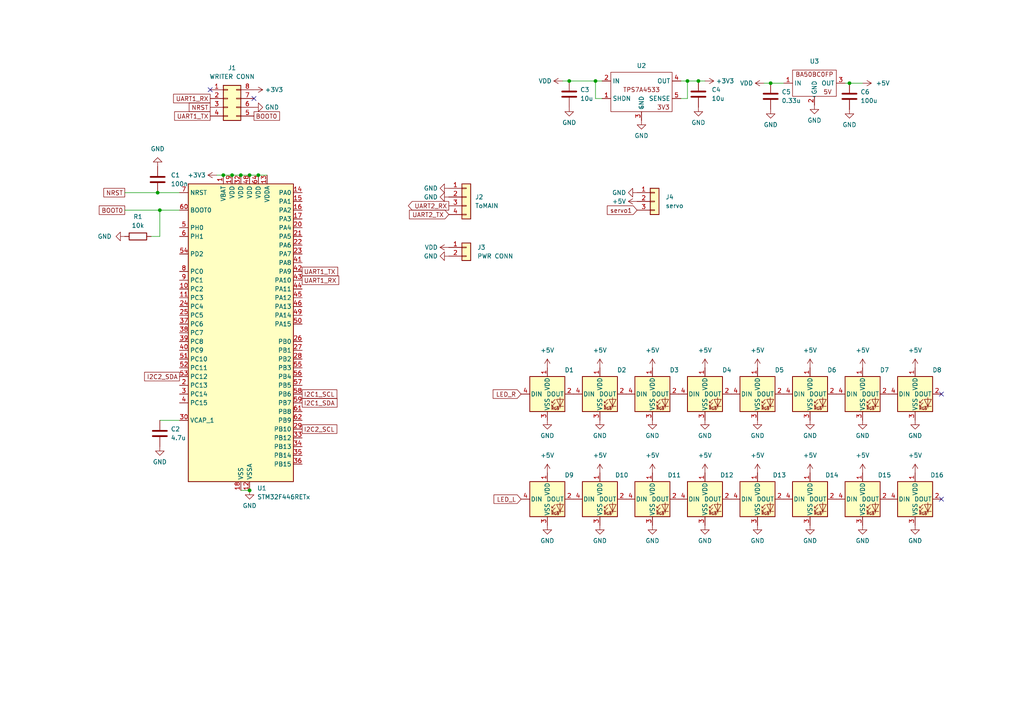
<source format=kicad_sch>
(kicad_sch (version 20230121) (generator eeschema)

  (uuid 56e2af69-96bd-455b-a138-934a805278bc)

  (paper "A4")

  (lib_symbols
    (symbol "Connector_Generic:Conn_01x02" (pin_names (offset 1.016) hide) (in_bom yes) (on_board yes)
      (property "Reference" "J" (at 0 2.54 0)
        (effects (font (size 1.27 1.27)))
      )
      (property "Value" "Conn_01x02" (at 0 -5.08 0)
        (effects (font (size 1.27 1.27)))
      )
      (property "Footprint" "" (at 0 0 0)
        (effects (font (size 1.27 1.27)) hide)
      )
      (property "Datasheet" "~" (at 0 0 0)
        (effects (font (size 1.27 1.27)) hide)
      )
      (property "ki_keywords" "connector" (at 0 0 0)
        (effects (font (size 1.27 1.27)) hide)
      )
      (property "ki_description" "Generic connector, single row, 01x02, script generated (kicad-library-utils/schlib/autogen/connector/)" (at 0 0 0)
        (effects (font (size 1.27 1.27)) hide)
      )
      (property "ki_fp_filters" "Connector*:*_1x??_*" (at 0 0 0)
        (effects (font (size 1.27 1.27)) hide)
      )
      (symbol "Conn_01x02_1_1"
        (rectangle (start -1.27 -2.413) (end 0 -2.667)
          (stroke (width 0.1524) (type default))
          (fill (type none))
        )
        (rectangle (start -1.27 0.127) (end 0 -0.127)
          (stroke (width 0.1524) (type default))
          (fill (type none))
        )
        (rectangle (start -1.27 1.27) (end 1.27 -3.81)
          (stroke (width 0.254) (type default))
          (fill (type background))
        )
        (pin passive line (at -5.08 0 0) (length 3.81)
          (name "Pin_1" (effects (font (size 1.27 1.27))))
          (number "1" (effects (font (size 1.27 1.27))))
        )
        (pin passive line (at -5.08 -2.54 0) (length 3.81)
          (name "Pin_2" (effects (font (size 1.27 1.27))))
          (number "2" (effects (font (size 1.27 1.27))))
        )
      )
    )
    (symbol "Connector_Generic:Conn_01x03" (pin_names (offset 1.016) hide) (in_bom yes) (on_board yes)
      (property "Reference" "J" (at 0 5.08 0)
        (effects (font (size 1.27 1.27)))
      )
      (property "Value" "Conn_01x03" (at 0 -5.08 0)
        (effects (font (size 1.27 1.27)))
      )
      (property "Footprint" "" (at 0 0 0)
        (effects (font (size 1.27 1.27)) hide)
      )
      (property "Datasheet" "~" (at 0 0 0)
        (effects (font (size 1.27 1.27)) hide)
      )
      (property "ki_keywords" "connector" (at 0 0 0)
        (effects (font (size 1.27 1.27)) hide)
      )
      (property "ki_description" "Generic connector, single row, 01x03, script generated (kicad-library-utils/schlib/autogen/connector/)" (at 0 0 0)
        (effects (font (size 1.27 1.27)) hide)
      )
      (property "ki_fp_filters" "Connector*:*_1x??_*" (at 0 0 0)
        (effects (font (size 1.27 1.27)) hide)
      )
      (symbol "Conn_01x03_1_1"
        (rectangle (start -1.27 -2.413) (end 0 -2.667)
          (stroke (width 0.1524) (type default))
          (fill (type none))
        )
        (rectangle (start -1.27 0.127) (end 0 -0.127)
          (stroke (width 0.1524) (type default))
          (fill (type none))
        )
        (rectangle (start -1.27 2.667) (end 0 2.413)
          (stroke (width 0.1524) (type default))
          (fill (type none))
        )
        (rectangle (start -1.27 3.81) (end 1.27 -3.81)
          (stroke (width 0.254) (type default))
          (fill (type background))
        )
        (pin passive line (at -5.08 2.54 0) (length 3.81)
          (name "Pin_1" (effects (font (size 1.27 1.27))))
          (number "1" (effects (font (size 1.27 1.27))))
        )
        (pin passive line (at -5.08 0 0) (length 3.81)
          (name "Pin_2" (effects (font (size 1.27 1.27))))
          (number "2" (effects (font (size 1.27 1.27))))
        )
        (pin passive line (at -5.08 -2.54 0) (length 3.81)
          (name "Pin_3" (effects (font (size 1.27 1.27))))
          (number "3" (effects (font (size 1.27 1.27))))
        )
      )
    )
    (symbol "Connector_Generic:Conn_01x04" (pin_names (offset 1.016) hide) (in_bom yes) (on_board yes)
      (property "Reference" "J" (at 0 5.08 0)
        (effects (font (size 1.27 1.27)))
      )
      (property "Value" "Conn_01x04" (at 0 -7.62 0)
        (effects (font (size 1.27 1.27)))
      )
      (property "Footprint" "" (at 0 0 0)
        (effects (font (size 1.27 1.27)) hide)
      )
      (property "Datasheet" "~" (at 0 0 0)
        (effects (font (size 1.27 1.27)) hide)
      )
      (property "ki_keywords" "connector" (at 0 0 0)
        (effects (font (size 1.27 1.27)) hide)
      )
      (property "ki_description" "Generic connector, single row, 01x04, script generated (kicad-library-utils/schlib/autogen/connector/)" (at 0 0 0)
        (effects (font (size 1.27 1.27)) hide)
      )
      (property "ki_fp_filters" "Connector*:*_1x??_*" (at 0 0 0)
        (effects (font (size 1.27 1.27)) hide)
      )
      (symbol "Conn_01x04_1_1"
        (rectangle (start -1.27 -4.953) (end 0 -5.207)
          (stroke (width 0.1524) (type default))
          (fill (type none))
        )
        (rectangle (start -1.27 -2.413) (end 0 -2.667)
          (stroke (width 0.1524) (type default))
          (fill (type none))
        )
        (rectangle (start -1.27 0.127) (end 0 -0.127)
          (stroke (width 0.1524) (type default))
          (fill (type none))
        )
        (rectangle (start -1.27 2.667) (end 0 2.413)
          (stroke (width 0.1524) (type default))
          (fill (type none))
        )
        (rectangle (start -1.27 3.81) (end 1.27 -6.35)
          (stroke (width 0.254) (type default))
          (fill (type background))
        )
        (pin passive line (at -5.08 2.54 0) (length 3.81)
          (name "Pin_1" (effects (font (size 1.27 1.27))))
          (number "1" (effects (font (size 1.27 1.27))))
        )
        (pin passive line (at -5.08 0 0) (length 3.81)
          (name "Pin_2" (effects (font (size 1.27 1.27))))
          (number "2" (effects (font (size 1.27 1.27))))
        )
        (pin passive line (at -5.08 -2.54 0) (length 3.81)
          (name "Pin_3" (effects (font (size 1.27 1.27))))
          (number "3" (effects (font (size 1.27 1.27))))
        )
        (pin passive line (at -5.08 -5.08 0) (length 3.81)
          (name "Pin_4" (effects (font (size 1.27 1.27))))
          (number "4" (effects (font (size 1.27 1.27))))
        )
      )
    )
    (symbol "Connector_Generic:Conn_02x04_Counter_Clockwise" (pin_names (offset 1.016) hide) (in_bom yes) (on_board yes)
      (property "Reference" "J" (at 1.27 5.08 0)
        (effects (font (size 1.27 1.27)))
      )
      (property "Value" "Conn_02x04_Counter_Clockwise" (at 1.27 -7.62 0)
        (effects (font (size 1.27 1.27)))
      )
      (property "Footprint" "" (at 0 0 0)
        (effects (font (size 1.27 1.27)) hide)
      )
      (property "Datasheet" "~" (at 0 0 0)
        (effects (font (size 1.27 1.27)) hide)
      )
      (property "ki_keywords" "connector" (at 0 0 0)
        (effects (font (size 1.27 1.27)) hide)
      )
      (property "ki_description" "Generic connector, double row, 02x04, counter clockwise pin numbering scheme (similar to DIP package numbering), script generated (kicad-library-utils/schlib/autogen/connector/)" (at 0 0 0)
        (effects (font (size 1.27 1.27)) hide)
      )
      (property "ki_fp_filters" "Connector*:*_2x??_*" (at 0 0 0)
        (effects (font (size 1.27 1.27)) hide)
      )
      (symbol "Conn_02x04_Counter_Clockwise_1_1"
        (rectangle (start -1.27 -4.953) (end 0 -5.207)
          (stroke (width 0.1524) (type default))
          (fill (type none))
        )
        (rectangle (start -1.27 -2.413) (end 0 -2.667)
          (stroke (width 0.1524) (type default))
          (fill (type none))
        )
        (rectangle (start -1.27 0.127) (end 0 -0.127)
          (stroke (width 0.1524) (type default))
          (fill (type none))
        )
        (rectangle (start -1.27 2.667) (end 0 2.413)
          (stroke (width 0.1524) (type default))
          (fill (type none))
        )
        (rectangle (start -1.27 3.81) (end 3.81 -6.35)
          (stroke (width 0.254) (type default))
          (fill (type background))
        )
        (rectangle (start 3.81 -4.953) (end 2.54 -5.207)
          (stroke (width 0.1524) (type default))
          (fill (type none))
        )
        (rectangle (start 3.81 -2.413) (end 2.54 -2.667)
          (stroke (width 0.1524) (type default))
          (fill (type none))
        )
        (rectangle (start 3.81 0.127) (end 2.54 -0.127)
          (stroke (width 0.1524) (type default))
          (fill (type none))
        )
        (rectangle (start 3.81 2.667) (end 2.54 2.413)
          (stroke (width 0.1524) (type default))
          (fill (type none))
        )
        (pin passive line (at -5.08 2.54 0) (length 3.81)
          (name "Pin_1" (effects (font (size 1.27 1.27))))
          (number "1" (effects (font (size 1.27 1.27))))
        )
        (pin passive line (at -5.08 0 0) (length 3.81)
          (name "Pin_2" (effects (font (size 1.27 1.27))))
          (number "2" (effects (font (size 1.27 1.27))))
        )
        (pin passive line (at -5.08 -2.54 0) (length 3.81)
          (name "Pin_3" (effects (font (size 1.27 1.27))))
          (number "3" (effects (font (size 1.27 1.27))))
        )
        (pin passive line (at -5.08 -5.08 0) (length 3.81)
          (name "Pin_4" (effects (font (size 1.27 1.27))))
          (number "4" (effects (font (size 1.27 1.27))))
        )
        (pin passive line (at 7.62 -5.08 180) (length 3.81)
          (name "Pin_5" (effects (font (size 1.27 1.27))))
          (number "5" (effects (font (size 1.27 1.27))))
        )
        (pin passive line (at 7.62 -2.54 180) (length 3.81)
          (name "Pin_6" (effects (font (size 1.27 1.27))))
          (number "6" (effects (font (size 1.27 1.27))))
        )
        (pin passive line (at 7.62 0 180) (length 3.81)
          (name "Pin_7" (effects (font (size 1.27 1.27))))
          (number "7" (effects (font (size 1.27 1.27))))
        )
        (pin passive line (at 7.62 2.54 180) (length 3.81)
          (name "Pin_8" (effects (font (size 1.27 1.27))))
          (number "8" (effects (font (size 1.27 1.27))))
        )
      )
    )
    (symbol "Device:C" (pin_numbers hide) (pin_names (offset 0.254)) (in_bom yes) (on_board yes)
      (property "Reference" "C" (at 0.635 2.54 0)
        (effects (font (size 1.27 1.27)) (justify left))
      )
      (property "Value" "C" (at 0.635 -2.54 0)
        (effects (font (size 1.27 1.27)) (justify left))
      )
      (property "Footprint" "" (at 0.9652 -3.81 0)
        (effects (font (size 1.27 1.27)) hide)
      )
      (property "Datasheet" "~" (at 0 0 0)
        (effects (font (size 1.27 1.27)) hide)
      )
      (property "ki_keywords" "cap capacitor" (at 0 0 0)
        (effects (font (size 1.27 1.27)) hide)
      )
      (property "ki_description" "Unpolarized capacitor" (at 0 0 0)
        (effects (font (size 1.27 1.27)) hide)
      )
      (property "ki_fp_filters" "C_*" (at 0 0 0)
        (effects (font (size 1.27 1.27)) hide)
      )
      (symbol "C_0_1"
        (polyline
          (pts
            (xy -2.032 -0.762)
            (xy 2.032 -0.762)
          )
          (stroke (width 0.508) (type default))
          (fill (type none))
        )
        (polyline
          (pts
            (xy -2.032 0.762)
            (xy 2.032 0.762)
          )
          (stroke (width 0.508) (type default))
          (fill (type none))
        )
      )
      (symbol "C_1_1"
        (pin passive line (at 0 3.81 270) (length 2.794)
          (name "~" (effects (font (size 1.27 1.27))))
          (number "1" (effects (font (size 1.27 1.27))))
        )
        (pin passive line (at 0 -3.81 90) (length 2.794)
          (name "~" (effects (font (size 1.27 1.27))))
          (number "2" (effects (font (size 1.27 1.27))))
        )
      )
    )
    (symbol "Device:R" (pin_numbers hide) (pin_names (offset 0)) (in_bom yes) (on_board yes)
      (property "Reference" "R" (at 2.032 0 90)
        (effects (font (size 1.27 1.27)))
      )
      (property "Value" "R" (at 0 0 90)
        (effects (font (size 1.27 1.27)))
      )
      (property "Footprint" "" (at -1.778 0 90)
        (effects (font (size 1.27 1.27)) hide)
      )
      (property "Datasheet" "~" (at 0 0 0)
        (effects (font (size 1.27 1.27)) hide)
      )
      (property "ki_keywords" "R res resistor" (at 0 0 0)
        (effects (font (size 1.27 1.27)) hide)
      )
      (property "ki_description" "Resistor" (at 0 0 0)
        (effects (font (size 1.27 1.27)) hide)
      )
      (property "ki_fp_filters" "R_*" (at 0 0 0)
        (effects (font (size 1.27 1.27)) hide)
      )
      (symbol "R_0_1"
        (rectangle (start -1.016 -2.54) (end 1.016 2.54)
          (stroke (width 0.254) (type default))
          (fill (type none))
        )
      )
      (symbol "R_1_1"
        (pin passive line (at 0 3.81 270) (length 1.27)
          (name "~" (effects (font (size 1.27 1.27))))
          (number "1" (effects (font (size 1.27 1.27))))
        )
        (pin passive line (at 0 -3.81 90) (length 1.27)
          (name "~" (effects (font (size 1.27 1.27))))
          (number "2" (effects (font (size 1.27 1.27))))
        )
      )
    )
    (symbol "JLCPCB_items:BA50BC0FP" (in_bom yes) (on_board yes)
      (property "Reference" "U" (at 2.54 10.16 0)
        (effects (font (size 1.27 1.27)))
      )
      (property "Value" "" (at 0 0 0)
        (effects (font (size 1.27 1.27)))
      )
      (property "Footprint" "Package_TO_SOT_SMD:TO-252-3_TabPin2" (at 0 0 0)
        (effects (font (size 1.27 1.27)) hide)
      )
      (property "Datasheet" "" (at 0 0 0)
        (effects (font (size 1.27 1.27)) hide)
      )
      (symbol "BA50BC0FP_0_1"
        (rectangle (start -6.35 7.62) (end 6.35 0)
          (stroke (width 0) (type default))
          (fill (type none))
        )
      )
      (symbol "BA50BC0FP_1_1"
        (text "5V" (at 3.81 1.27 0)
          (effects (font (size 1.27 1.27)))
        )
        (text "BA50BC0FP" (at 0 6.35 0)
          (effects (font (size 1.27 1.27)))
        )
        (pin power_in line (at -8.89 3.81 0) (length 2.54)
          (name "IN" (effects (font (size 1.27 1.27))))
          (number "1" (effects (font (size 1.27 1.27))))
        )
        (pin power_in line (at 0 -2.54 90) (length 2.54)
          (name "GND" (effects (font (size 1.27 1.27))))
          (number "2" (effects (font (size 1.27 1.27))))
        )
        (pin power_out line (at 8.89 3.81 180) (length 2.54)
          (name "OUT" (effects (font (size 1.27 1.27))))
          (number "3" (effects (font (size 1.27 1.27))))
        )
      )
    )
    (symbol "JLCPCB_items:TPS7A4533DCQR" (in_bom yes) (on_board yes)
      (property "Reference" "U" (at 1.27 12.7 0)
        (effects (font (size 1.27 1.27)))
      )
      (property "Value" "" (at 0 1.27 0)
        (effects (font (size 1.27 1.27)))
      )
      (property "Footprint" "Package_TO_SOT_SMD:SOT-223-6" (at 0 1.27 0)
        (effects (font (size 1.27 1.27)) hide)
      )
      (property "Datasheet" "" (at 0 1.27 0)
        (effects (font (size 1.27 1.27)) hide)
      )
      (symbol "TPS7A4533DCQR_0_1"
        (rectangle (start -8.89 11.43) (end 8.89 0)
          (stroke (width 0) (type default))
          (fill (type none))
        )
      )
      (symbol "TPS7A4533DCQR_1_1"
        (text "3V3" (at 6.35 1.27 0)
          (effects (font (size 1.27 1.27)))
        )
        (text "TPS7A4533" (at 0 6.35 0)
          (effects (font (size 1.27 1.27)))
        )
        (pin input line (at -11.43 3.81 0) (length 2.54)
          (name "SHDN" (effects (font (size 1.27 1.27))))
          (number "1" (effects (font (size 1.27 1.27))))
        )
        (pin power_in line (at -11.43 8.89 0) (length 2.54)
          (name "IN" (effects (font (size 1.27 1.27))))
          (number "2" (effects (font (size 1.27 1.27))))
        )
        (pin power_in line (at 0 -2.54 90) (length 2.54)
          (name "GND" (effects (font (size 1.27 1.27))))
          (number "3" (effects (font (size 1.27 1.27))))
        )
        (pin power_out line (at 11.43 8.89 180) (length 2.54)
          (name "OUT" (effects (font (size 1.27 1.27))))
          (number "4" (effects (font (size 1.27 1.27))))
        )
        (pin input line (at 11.43 3.81 180) (length 2.54)
          (name "SENSE" (effects (font (size 1.27 1.27))))
          (number "5" (effects (font (size 1.27 1.27))))
        )
        (pin power_in line (at 0 -2.54 90) (length 2.54) hide
          (name "GND" (effects (font (size 1.27 1.27))))
          (number "6" (effects (font (size 1.27 1.27))))
        )
      )
    )
    (symbol "LED:WS2812B" (pin_names (offset 0.254)) (in_bom yes) (on_board yes)
      (property "Reference" "D" (at 5.08 5.715 0)
        (effects (font (size 1.27 1.27)) (justify right bottom))
      )
      (property "Value" "WS2812B" (at 1.27 -5.715 0)
        (effects (font (size 1.27 1.27)) (justify left top))
      )
      (property "Footprint" "LED_SMD:LED_WS2812B_PLCC4_5.0x5.0mm_P3.2mm" (at 1.27 -7.62 0)
        (effects (font (size 1.27 1.27)) (justify left top) hide)
      )
      (property "Datasheet" "https://cdn-shop.adafruit.com/datasheets/WS2812B.pdf" (at 2.54 -9.525 0)
        (effects (font (size 1.27 1.27)) (justify left top) hide)
      )
      (property "ki_keywords" "RGB LED NeoPixel addressable" (at 0 0 0)
        (effects (font (size 1.27 1.27)) hide)
      )
      (property "ki_description" "RGB LED with integrated controller" (at 0 0 0)
        (effects (font (size 1.27 1.27)) hide)
      )
      (property "ki_fp_filters" "LED*WS2812*PLCC*5.0x5.0mm*P3.2mm*" (at 0 0 0)
        (effects (font (size 1.27 1.27)) hide)
      )
      (symbol "WS2812B_0_0"
        (text "RGB" (at 2.286 -4.191 0)
          (effects (font (size 0.762 0.762)))
        )
      )
      (symbol "WS2812B_0_1"
        (polyline
          (pts
            (xy 1.27 -3.556)
            (xy 1.778 -3.556)
          )
          (stroke (width 0) (type default))
          (fill (type none))
        )
        (polyline
          (pts
            (xy 1.27 -2.54)
            (xy 1.778 -2.54)
          )
          (stroke (width 0) (type default))
          (fill (type none))
        )
        (polyline
          (pts
            (xy 4.699 -3.556)
            (xy 2.667 -3.556)
          )
          (stroke (width 0) (type default))
          (fill (type none))
        )
        (polyline
          (pts
            (xy 2.286 -2.54)
            (xy 1.27 -3.556)
            (xy 1.27 -3.048)
          )
          (stroke (width 0) (type default))
          (fill (type none))
        )
        (polyline
          (pts
            (xy 2.286 -1.524)
            (xy 1.27 -2.54)
            (xy 1.27 -2.032)
          )
          (stroke (width 0) (type default))
          (fill (type none))
        )
        (polyline
          (pts
            (xy 3.683 -1.016)
            (xy 3.683 -3.556)
            (xy 3.683 -4.064)
          )
          (stroke (width 0) (type default))
          (fill (type none))
        )
        (polyline
          (pts
            (xy 4.699 -1.524)
            (xy 2.667 -1.524)
            (xy 3.683 -3.556)
            (xy 4.699 -1.524)
          )
          (stroke (width 0) (type default))
          (fill (type none))
        )
        (rectangle (start 5.08 5.08) (end -5.08 -5.08)
          (stroke (width 0.254) (type default))
          (fill (type background))
        )
      )
      (symbol "WS2812B_1_1"
        (pin power_in line (at 0 7.62 270) (length 2.54)
          (name "VDD" (effects (font (size 1.27 1.27))))
          (number "1" (effects (font (size 1.27 1.27))))
        )
        (pin output line (at 7.62 0 180) (length 2.54)
          (name "DOUT" (effects (font (size 1.27 1.27))))
          (number "2" (effects (font (size 1.27 1.27))))
        )
        (pin power_in line (at 0 -7.62 90) (length 2.54)
          (name "VSS" (effects (font (size 1.27 1.27))))
          (number "3" (effects (font (size 1.27 1.27))))
        )
        (pin input line (at -7.62 0 0) (length 2.54)
          (name "DIN" (effects (font (size 1.27 1.27))))
          (number "4" (effects (font (size 1.27 1.27))))
        )
      )
    )
    (symbol "MCU_ST_STM32F4:STM32F446RETx" (in_bom yes) (on_board yes)
      (property "Reference" "U" (at -15.24 44.45 0)
        (effects (font (size 1.27 1.27)) (justify left))
      )
      (property "Value" "STM32F446RETx" (at 10.16 44.45 0)
        (effects (font (size 1.27 1.27)) (justify left))
      )
      (property "Footprint" "Package_QFP:LQFP-64_10x10mm_P0.5mm" (at -15.24 -43.18 0)
        (effects (font (size 1.27 1.27)) (justify right) hide)
      )
      (property "Datasheet" "https://www.st.com/resource/en/datasheet/stm32f446re.pdf" (at 0 0 0)
        (effects (font (size 1.27 1.27)) hide)
      )
      (property "ki_locked" "" (at 0 0 0)
        (effects (font (size 1.27 1.27)))
      )
      (property "ki_keywords" "Arm Cortex-M4 STM32F4 STM32F446" (at 0 0 0)
        (effects (font (size 1.27 1.27)) hide)
      )
      (property "ki_description" "STMicroelectronics Arm Cortex-M4 MCU, 512KB flash, 128KB RAM, 180 MHz, 1.8-3.6V, 50 GPIO, LQFP64" (at 0 0 0)
        (effects (font (size 1.27 1.27)) hide)
      )
      (property "ki_fp_filters" "LQFP*10x10mm*P0.5mm*" (at 0 0 0)
        (effects (font (size 1.27 1.27)) hide)
      )
      (symbol "STM32F446RETx_0_1"
        (rectangle (start -15.24 -43.18) (end 15.24 43.18)
          (stroke (width 0.254) (type default))
          (fill (type background))
        )
      )
      (symbol "STM32F446RETx_1_1"
        (pin power_in line (at -5.08 45.72 270) (length 2.54)
          (name "VBAT" (effects (font (size 1.27 1.27))))
          (number "1" (effects (font (size 1.27 1.27))))
        )
        (pin bidirectional line (at -17.78 12.7 0) (length 2.54)
          (name "PC2" (effects (font (size 1.27 1.27))))
          (number "10" (effects (font (size 1.27 1.27))))
          (alternate "ADC1_IN12" bidirectional line)
          (alternate "ADC2_IN12" bidirectional line)
          (alternate "ADC3_IN12" bidirectional line)
          (alternate "SPI2_MISO" bidirectional line)
          (alternate "USB_OTG_HS_ULPI_DIR" bidirectional line)
        )
        (pin bidirectional line (at -17.78 10.16 0) (length 2.54)
          (name "PC3" (effects (font (size 1.27 1.27))))
          (number "11" (effects (font (size 1.27 1.27))))
          (alternate "ADC1_IN13" bidirectional line)
          (alternate "ADC2_IN13" bidirectional line)
          (alternate "ADC3_IN13" bidirectional line)
          (alternate "I2S2_SD" bidirectional line)
          (alternate "SPI2_MOSI" bidirectional line)
          (alternate "USB_OTG_HS_ULPI_NXT" bidirectional line)
        )
        (pin power_in line (at 2.54 -45.72 90) (length 2.54)
          (name "VSSA" (effects (font (size 1.27 1.27))))
          (number "12" (effects (font (size 1.27 1.27))))
        )
        (pin power_in line (at 7.62 45.72 270) (length 2.54)
          (name "VDDA" (effects (font (size 1.27 1.27))))
          (number "13" (effects (font (size 1.27 1.27))))
        )
        (pin bidirectional line (at 17.78 40.64 180) (length 2.54)
          (name "PA0" (effects (font (size 1.27 1.27))))
          (number "14" (effects (font (size 1.27 1.27))))
          (alternate "ADC1_IN0" bidirectional line)
          (alternate "ADC2_IN0" bidirectional line)
          (alternate "ADC3_IN0" bidirectional line)
          (alternate "RTC_AF2" bidirectional line)
          (alternate "SYS_WKUP0" bidirectional line)
          (alternate "TIM2_CH1" bidirectional line)
          (alternate "TIM2_ETR" bidirectional line)
          (alternate "TIM5_CH1" bidirectional line)
          (alternate "TIM8_ETR" bidirectional line)
          (alternate "UART4_TX" bidirectional line)
          (alternate "USART2_CTS" bidirectional line)
        )
        (pin bidirectional line (at 17.78 38.1 180) (length 2.54)
          (name "PA1" (effects (font (size 1.27 1.27))))
          (number "15" (effects (font (size 1.27 1.27))))
          (alternate "ADC1_IN1" bidirectional line)
          (alternate "ADC2_IN1" bidirectional line)
          (alternate "ADC3_IN1" bidirectional line)
          (alternate "QUADSPI_BK1_IO3" bidirectional line)
          (alternate "TIM2_CH2" bidirectional line)
          (alternate "TIM5_CH2" bidirectional line)
          (alternate "UART4_RX" bidirectional line)
          (alternate "USART2_RTS" bidirectional line)
        )
        (pin bidirectional line (at 17.78 35.56 180) (length 2.54)
          (name "PA2" (effects (font (size 1.27 1.27))))
          (number "16" (effects (font (size 1.27 1.27))))
          (alternate "ADC1_IN2" bidirectional line)
          (alternate "ADC2_IN2" bidirectional line)
          (alternate "ADC3_IN2" bidirectional line)
          (alternate "TIM2_CH3" bidirectional line)
          (alternate "TIM5_CH3" bidirectional line)
          (alternate "TIM9_CH1" bidirectional line)
          (alternate "USART2_TX" bidirectional line)
        )
        (pin bidirectional line (at 17.78 33.02 180) (length 2.54)
          (name "PA3" (effects (font (size 1.27 1.27))))
          (number "17" (effects (font (size 1.27 1.27))))
          (alternate "ADC1_IN3" bidirectional line)
          (alternate "ADC2_IN3" bidirectional line)
          (alternate "ADC3_IN3" bidirectional line)
          (alternate "SAI1_FS_A" bidirectional line)
          (alternate "TIM2_CH4" bidirectional line)
          (alternate "TIM5_CH4" bidirectional line)
          (alternate "TIM9_CH2" bidirectional line)
          (alternate "USART2_RX" bidirectional line)
          (alternate "USB_OTG_HS_ULPI_D0" bidirectional line)
        )
        (pin power_in line (at 0 -45.72 90) (length 2.54)
          (name "VSS" (effects (font (size 1.27 1.27))))
          (number "18" (effects (font (size 1.27 1.27))))
        )
        (pin power_in line (at -2.54 45.72 270) (length 2.54)
          (name "VDD" (effects (font (size 1.27 1.27))))
          (number "19" (effects (font (size 1.27 1.27))))
        )
        (pin bidirectional line (at -17.78 -15.24 0) (length 2.54)
          (name "PC13" (effects (font (size 1.27 1.27))))
          (number "2" (effects (font (size 1.27 1.27))))
          (alternate "RTC_AF1" bidirectional line)
          (alternate "SYS_WKUP1" bidirectional line)
        )
        (pin bidirectional line (at 17.78 30.48 180) (length 2.54)
          (name "PA4" (effects (font (size 1.27 1.27))))
          (number "20" (effects (font (size 1.27 1.27))))
          (alternate "ADC1_IN4" bidirectional line)
          (alternate "ADC2_IN4" bidirectional line)
          (alternate "DAC_OUT1" bidirectional line)
          (alternate "DCMI_HSYNC" bidirectional line)
          (alternate "I2S1_WS" bidirectional line)
          (alternate "I2S3_WS" bidirectional line)
          (alternate "SPI1_NSS" bidirectional line)
          (alternate "SPI3_NSS" bidirectional line)
          (alternate "USART2_CK" bidirectional line)
          (alternate "USB_OTG_HS_SOF" bidirectional line)
        )
        (pin bidirectional line (at 17.78 27.94 180) (length 2.54)
          (name "PA5" (effects (font (size 1.27 1.27))))
          (number "21" (effects (font (size 1.27 1.27))))
          (alternate "ADC1_IN5" bidirectional line)
          (alternate "ADC2_IN5" bidirectional line)
          (alternate "DAC_OUT2" bidirectional line)
          (alternate "I2S1_CK" bidirectional line)
          (alternate "SPI1_SCK" bidirectional line)
          (alternate "TIM2_CH1" bidirectional line)
          (alternate "TIM2_ETR" bidirectional line)
          (alternate "TIM8_CH1N" bidirectional line)
          (alternate "USB_OTG_HS_ULPI_CK" bidirectional line)
        )
        (pin bidirectional line (at 17.78 25.4 180) (length 2.54)
          (name "PA6" (effects (font (size 1.27 1.27))))
          (number "22" (effects (font (size 1.27 1.27))))
          (alternate "ADC1_IN6" bidirectional line)
          (alternate "ADC2_IN6" bidirectional line)
          (alternate "DCMI_PIXCLK" bidirectional line)
          (alternate "I2S2_MCK" bidirectional line)
          (alternate "SPI1_MISO" bidirectional line)
          (alternate "TIM13_CH1" bidirectional line)
          (alternate "TIM1_BKIN" bidirectional line)
          (alternate "TIM3_CH1" bidirectional line)
          (alternate "TIM8_BKIN" bidirectional line)
        )
        (pin bidirectional line (at 17.78 22.86 180) (length 2.54)
          (name "PA7" (effects (font (size 1.27 1.27))))
          (number "23" (effects (font (size 1.27 1.27))))
          (alternate "ADC1_IN7" bidirectional line)
          (alternate "ADC2_IN7" bidirectional line)
          (alternate "I2S1_SD" bidirectional line)
          (alternate "SPI1_MOSI" bidirectional line)
          (alternate "TIM14_CH1" bidirectional line)
          (alternate "TIM1_CH1N" bidirectional line)
          (alternate "TIM3_CH2" bidirectional line)
          (alternate "TIM8_CH1N" bidirectional line)
        )
        (pin bidirectional line (at -17.78 7.62 0) (length 2.54)
          (name "PC4" (effects (font (size 1.27 1.27))))
          (number "24" (effects (font (size 1.27 1.27))))
          (alternate "ADC1_IN14" bidirectional line)
          (alternate "ADC2_IN14" bidirectional line)
          (alternate "I2S1_MCK" bidirectional line)
          (alternate "SPDIFRX_IN2" bidirectional line)
        )
        (pin bidirectional line (at -17.78 5.08 0) (length 2.54)
          (name "PC5" (effects (font (size 1.27 1.27))))
          (number "25" (effects (font (size 1.27 1.27))))
          (alternate "ADC1_IN15" bidirectional line)
          (alternate "ADC2_IN15" bidirectional line)
          (alternate "SPDIFRX_IN3" bidirectional line)
          (alternate "USART3_RX" bidirectional line)
        )
        (pin bidirectional line (at 17.78 -2.54 180) (length 2.54)
          (name "PB0" (effects (font (size 1.27 1.27))))
          (number "26" (effects (font (size 1.27 1.27))))
          (alternate "ADC1_IN8" bidirectional line)
          (alternate "ADC2_IN8" bidirectional line)
          (alternate "I2S3_SD" bidirectional line)
          (alternate "SDIO_D1" bidirectional line)
          (alternate "SPI3_MOSI" bidirectional line)
          (alternate "TIM1_CH2N" bidirectional line)
          (alternate "TIM3_CH3" bidirectional line)
          (alternate "TIM8_CH2N" bidirectional line)
          (alternate "UART4_CTS" bidirectional line)
          (alternate "USB_OTG_HS_ULPI_D1" bidirectional line)
        )
        (pin bidirectional line (at 17.78 -5.08 180) (length 2.54)
          (name "PB1" (effects (font (size 1.27 1.27))))
          (number "27" (effects (font (size 1.27 1.27))))
          (alternate "ADC1_IN9" bidirectional line)
          (alternate "ADC2_IN9" bidirectional line)
          (alternate "SDIO_D2" bidirectional line)
          (alternate "TIM1_CH3N" bidirectional line)
          (alternate "TIM3_CH4" bidirectional line)
          (alternate "TIM8_CH3N" bidirectional line)
          (alternate "USB_OTG_HS_ULPI_D2" bidirectional line)
        )
        (pin bidirectional line (at 17.78 -7.62 180) (length 2.54)
          (name "PB2" (effects (font (size 1.27 1.27))))
          (number "28" (effects (font (size 1.27 1.27))))
          (alternate "I2S3_SD" bidirectional line)
          (alternate "QUADSPI_CLK" bidirectional line)
          (alternate "SAI1_SD_A" bidirectional line)
          (alternate "SDIO_CK" bidirectional line)
          (alternate "SPI3_MOSI" bidirectional line)
          (alternate "TIM2_CH4" bidirectional line)
          (alternate "USB_OTG_HS_ULPI_D4" bidirectional line)
        )
        (pin bidirectional line (at 17.78 -27.94 180) (length 2.54)
          (name "PB10" (effects (font (size 1.27 1.27))))
          (number "29" (effects (font (size 1.27 1.27))))
          (alternate "I2C2_SCL" bidirectional line)
          (alternate "I2S2_CK" bidirectional line)
          (alternate "SAI1_SCK_A" bidirectional line)
          (alternate "SPI2_SCK" bidirectional line)
          (alternate "TIM2_CH3" bidirectional line)
          (alternate "USART3_TX" bidirectional line)
          (alternate "USB_OTG_HS_ULPI_D3" bidirectional line)
        )
        (pin bidirectional line (at -17.78 -17.78 0) (length 2.54)
          (name "PC14" (effects (font (size 1.27 1.27))))
          (number "3" (effects (font (size 1.27 1.27))))
          (alternate "RCC_OSC32_IN" bidirectional line)
        )
        (pin power_out line (at -17.78 -25.4 0) (length 2.54)
          (name "VCAP_1" (effects (font (size 1.27 1.27))))
          (number "30" (effects (font (size 1.27 1.27))))
        )
        (pin passive line (at 0 -45.72 90) (length 2.54) hide
          (name "VSS" (effects (font (size 1.27 1.27))))
          (number "31" (effects (font (size 1.27 1.27))))
        )
        (pin power_in line (at 0 45.72 270) (length 2.54)
          (name "VDD" (effects (font (size 1.27 1.27))))
          (number "32" (effects (font (size 1.27 1.27))))
        )
        (pin bidirectional line (at 17.78 -30.48 180) (length 2.54)
          (name "PB12" (effects (font (size 1.27 1.27))))
          (number "33" (effects (font (size 1.27 1.27))))
          (alternate "CAN2_RX" bidirectional line)
          (alternate "I2C2_SMBA" bidirectional line)
          (alternate "I2S2_WS" bidirectional line)
          (alternate "SAI1_SCK_B" bidirectional line)
          (alternate "SPI2_NSS" bidirectional line)
          (alternate "TIM1_BKIN" bidirectional line)
          (alternate "USART3_CK" bidirectional line)
          (alternate "USB_OTG_HS_ID" bidirectional line)
          (alternate "USB_OTG_HS_ULPI_D5" bidirectional line)
        )
        (pin bidirectional line (at 17.78 -33.02 180) (length 2.54)
          (name "PB13" (effects (font (size 1.27 1.27))))
          (number "34" (effects (font (size 1.27 1.27))))
          (alternate "CAN2_TX" bidirectional line)
          (alternate "I2S2_CK" bidirectional line)
          (alternate "SPI2_SCK" bidirectional line)
          (alternate "TIM1_CH1N" bidirectional line)
          (alternate "USART3_CTS" bidirectional line)
          (alternate "USB_OTG_HS_ULPI_D6" bidirectional line)
          (alternate "USB_OTG_HS_VBUS" bidirectional line)
        )
        (pin bidirectional line (at 17.78 -35.56 180) (length 2.54)
          (name "PB14" (effects (font (size 1.27 1.27))))
          (number "35" (effects (font (size 1.27 1.27))))
          (alternate "SPI2_MISO" bidirectional line)
          (alternate "TIM12_CH1" bidirectional line)
          (alternate "TIM1_CH2N" bidirectional line)
          (alternate "TIM8_CH2N" bidirectional line)
          (alternate "USART3_RTS" bidirectional line)
          (alternate "USB_OTG_HS_DM" bidirectional line)
        )
        (pin bidirectional line (at 17.78 -38.1 180) (length 2.54)
          (name "PB15" (effects (font (size 1.27 1.27))))
          (number "36" (effects (font (size 1.27 1.27))))
          (alternate "ADC1_EXTI15" bidirectional line)
          (alternate "ADC2_EXTI15" bidirectional line)
          (alternate "ADC3_EXTI15" bidirectional line)
          (alternate "I2S2_SD" bidirectional line)
          (alternate "RTC_REFIN" bidirectional line)
          (alternate "SPI2_MOSI" bidirectional line)
          (alternate "TIM12_CH2" bidirectional line)
          (alternate "TIM1_CH3N" bidirectional line)
          (alternate "TIM8_CH3N" bidirectional line)
          (alternate "USB_OTG_HS_DP" bidirectional line)
        )
        (pin bidirectional line (at -17.78 2.54 0) (length 2.54)
          (name "PC6" (effects (font (size 1.27 1.27))))
          (number "37" (effects (font (size 1.27 1.27))))
          (alternate "DCMI_D0" bidirectional line)
          (alternate "FMPI2C1_SCL" bidirectional line)
          (alternate "I2S2_MCK" bidirectional line)
          (alternate "SDIO_D6" bidirectional line)
          (alternate "TIM3_CH1" bidirectional line)
          (alternate "TIM8_CH1" bidirectional line)
          (alternate "USART6_TX" bidirectional line)
        )
        (pin bidirectional line (at -17.78 0 0) (length 2.54)
          (name "PC7" (effects (font (size 1.27 1.27))))
          (number "38" (effects (font (size 1.27 1.27))))
          (alternate "DCMI_D1" bidirectional line)
          (alternate "FMPI2C1_SDA" bidirectional line)
          (alternate "I2S2_CK" bidirectional line)
          (alternate "I2S3_MCK" bidirectional line)
          (alternate "SDIO_D7" bidirectional line)
          (alternate "SPDIFRX_IN1" bidirectional line)
          (alternate "SPI2_SCK" bidirectional line)
          (alternate "TIM3_CH2" bidirectional line)
          (alternate "TIM8_CH2" bidirectional line)
          (alternate "USART6_RX" bidirectional line)
        )
        (pin bidirectional line (at -17.78 -2.54 0) (length 2.54)
          (name "PC8" (effects (font (size 1.27 1.27))))
          (number "39" (effects (font (size 1.27 1.27))))
          (alternate "DCMI_D2" bidirectional line)
          (alternate "SDIO_D0" bidirectional line)
          (alternate "SYS_TRACED0" bidirectional line)
          (alternate "TIM3_CH3" bidirectional line)
          (alternate "TIM8_CH3" bidirectional line)
          (alternate "UART5_RTS" bidirectional line)
          (alternate "USART6_CK" bidirectional line)
        )
        (pin bidirectional line (at -17.78 -20.32 0) (length 2.54)
          (name "PC15" (effects (font (size 1.27 1.27))))
          (number "4" (effects (font (size 1.27 1.27))))
          (alternate "ADC1_EXTI15" bidirectional line)
          (alternate "ADC2_EXTI15" bidirectional line)
          (alternate "ADC3_EXTI15" bidirectional line)
          (alternate "RCC_OSC32_OUT" bidirectional line)
        )
        (pin bidirectional line (at -17.78 -5.08 0) (length 2.54)
          (name "PC9" (effects (font (size 1.27 1.27))))
          (number "40" (effects (font (size 1.27 1.27))))
          (alternate "DAC_EXTI9" bidirectional line)
          (alternate "DCMI_D3" bidirectional line)
          (alternate "I2C3_SDA" bidirectional line)
          (alternate "I2S_CKIN" bidirectional line)
          (alternate "QUADSPI_BK1_IO0" bidirectional line)
          (alternate "RCC_MCO_2" bidirectional line)
          (alternate "SDIO_D1" bidirectional line)
          (alternate "TIM3_CH4" bidirectional line)
          (alternate "TIM8_CH4" bidirectional line)
          (alternate "UART5_CTS" bidirectional line)
        )
        (pin bidirectional line (at 17.78 20.32 180) (length 2.54)
          (name "PA8" (effects (font (size 1.27 1.27))))
          (number "41" (effects (font (size 1.27 1.27))))
          (alternate "I2C3_SCL" bidirectional line)
          (alternate "RCC_MCO_1" bidirectional line)
          (alternate "TIM1_CH1" bidirectional line)
          (alternate "USART1_CK" bidirectional line)
          (alternate "USB_OTG_FS_SOF" bidirectional line)
        )
        (pin bidirectional line (at 17.78 17.78 180) (length 2.54)
          (name "PA9" (effects (font (size 1.27 1.27))))
          (number "42" (effects (font (size 1.27 1.27))))
          (alternate "DAC_EXTI9" bidirectional line)
          (alternate "DCMI_D0" bidirectional line)
          (alternate "I2C3_SMBA" bidirectional line)
          (alternate "I2S2_CK" bidirectional line)
          (alternate "SAI1_SD_B" bidirectional line)
          (alternate "SPI2_SCK" bidirectional line)
          (alternate "TIM1_CH2" bidirectional line)
          (alternate "USART1_TX" bidirectional line)
          (alternate "USB_OTG_FS_VBUS" bidirectional line)
        )
        (pin bidirectional line (at 17.78 15.24 180) (length 2.54)
          (name "PA10" (effects (font (size 1.27 1.27))))
          (number "43" (effects (font (size 1.27 1.27))))
          (alternate "DCMI_D1" bidirectional line)
          (alternate "TIM1_CH3" bidirectional line)
          (alternate "USART1_RX" bidirectional line)
          (alternate "USB_OTG_FS_ID" bidirectional line)
        )
        (pin bidirectional line (at 17.78 12.7 180) (length 2.54)
          (name "PA11" (effects (font (size 1.27 1.27))))
          (number "44" (effects (font (size 1.27 1.27))))
          (alternate "ADC1_EXTI11" bidirectional line)
          (alternate "ADC2_EXTI11" bidirectional line)
          (alternate "ADC3_EXTI11" bidirectional line)
          (alternate "CAN1_RX" bidirectional line)
          (alternate "TIM1_CH4" bidirectional line)
          (alternate "USART1_CTS" bidirectional line)
          (alternate "USB_OTG_FS_DM" bidirectional line)
        )
        (pin bidirectional line (at 17.78 10.16 180) (length 2.54)
          (name "PA12" (effects (font (size 1.27 1.27))))
          (number "45" (effects (font (size 1.27 1.27))))
          (alternate "CAN1_TX" bidirectional line)
          (alternate "TIM1_ETR" bidirectional line)
          (alternate "USART1_RTS" bidirectional line)
          (alternate "USB_OTG_FS_DP" bidirectional line)
        )
        (pin bidirectional line (at 17.78 7.62 180) (length 2.54)
          (name "PA13" (effects (font (size 1.27 1.27))))
          (number "46" (effects (font (size 1.27 1.27))))
          (alternate "SYS_JTMS-SWDIO" bidirectional line)
        )
        (pin passive line (at 0 -45.72 90) (length 2.54) hide
          (name "VSS" (effects (font (size 1.27 1.27))))
          (number "47" (effects (font (size 1.27 1.27))))
        )
        (pin power_in line (at 2.54 45.72 270) (length 2.54)
          (name "VDD" (effects (font (size 1.27 1.27))))
          (number "48" (effects (font (size 1.27 1.27))))
        )
        (pin bidirectional line (at 17.78 5.08 180) (length 2.54)
          (name "PA14" (effects (font (size 1.27 1.27))))
          (number "49" (effects (font (size 1.27 1.27))))
          (alternate "SYS_JTCK-SWCLK" bidirectional line)
        )
        (pin bidirectional line (at -17.78 30.48 0) (length 2.54)
          (name "PH0" (effects (font (size 1.27 1.27))))
          (number "5" (effects (font (size 1.27 1.27))))
          (alternate "RCC_OSC_IN" bidirectional line)
        )
        (pin bidirectional line (at 17.78 2.54 180) (length 2.54)
          (name "PA15" (effects (font (size 1.27 1.27))))
          (number "50" (effects (font (size 1.27 1.27))))
          (alternate "ADC1_EXTI15" bidirectional line)
          (alternate "ADC2_EXTI15" bidirectional line)
          (alternate "ADC3_EXTI15" bidirectional line)
          (alternate "CEC" bidirectional line)
          (alternate "I2S1_WS" bidirectional line)
          (alternate "I2S3_WS" bidirectional line)
          (alternate "SPI1_NSS" bidirectional line)
          (alternate "SPI3_NSS" bidirectional line)
          (alternate "SYS_JTDI" bidirectional line)
          (alternate "TIM2_CH1" bidirectional line)
          (alternate "TIM2_ETR" bidirectional line)
          (alternate "UART4_RTS" bidirectional line)
        )
        (pin bidirectional line (at -17.78 -7.62 0) (length 2.54)
          (name "PC10" (effects (font (size 1.27 1.27))))
          (number "51" (effects (font (size 1.27 1.27))))
          (alternate "DCMI_D8" bidirectional line)
          (alternate "I2S3_CK" bidirectional line)
          (alternate "QUADSPI_BK1_IO1" bidirectional line)
          (alternate "SDIO_D2" bidirectional line)
          (alternate "SPI3_SCK" bidirectional line)
          (alternate "UART4_TX" bidirectional line)
          (alternate "USART3_TX" bidirectional line)
        )
        (pin bidirectional line (at -17.78 -10.16 0) (length 2.54)
          (name "PC11" (effects (font (size 1.27 1.27))))
          (number "52" (effects (font (size 1.27 1.27))))
          (alternate "ADC1_EXTI11" bidirectional line)
          (alternate "ADC2_EXTI11" bidirectional line)
          (alternate "ADC3_EXTI11" bidirectional line)
          (alternate "DCMI_D4" bidirectional line)
          (alternate "QUADSPI_BK2_NCS" bidirectional line)
          (alternate "SDIO_D3" bidirectional line)
          (alternate "SPI3_MISO" bidirectional line)
          (alternate "UART4_RX" bidirectional line)
          (alternate "USART3_RX" bidirectional line)
        )
        (pin bidirectional line (at -17.78 -12.7 0) (length 2.54)
          (name "PC12" (effects (font (size 1.27 1.27))))
          (number "53" (effects (font (size 1.27 1.27))))
          (alternate "DCMI_D9" bidirectional line)
          (alternate "I2C2_SDA" bidirectional line)
          (alternate "I2S3_SD" bidirectional line)
          (alternate "SDIO_CK" bidirectional line)
          (alternate "SPI3_MOSI" bidirectional line)
          (alternate "UART5_TX" bidirectional line)
          (alternate "USART3_CK" bidirectional line)
        )
        (pin bidirectional line (at -17.78 22.86 0) (length 2.54)
          (name "PD2" (effects (font (size 1.27 1.27))))
          (number "54" (effects (font (size 1.27 1.27))))
          (alternate "DCMI_D11" bidirectional line)
          (alternate "SDIO_CMD" bidirectional line)
          (alternate "TIM3_ETR" bidirectional line)
          (alternate "UART5_RX" bidirectional line)
        )
        (pin bidirectional line (at 17.78 -10.16 180) (length 2.54)
          (name "PB3" (effects (font (size 1.27 1.27))))
          (number "55" (effects (font (size 1.27 1.27))))
          (alternate "I2C2_SDA" bidirectional line)
          (alternate "I2S1_CK" bidirectional line)
          (alternate "I2S3_CK" bidirectional line)
          (alternate "SPI1_SCK" bidirectional line)
          (alternate "SPI3_SCK" bidirectional line)
          (alternate "SYS_JTDO-SWO" bidirectional line)
          (alternate "TIM2_CH2" bidirectional line)
        )
        (pin bidirectional line (at 17.78 -12.7 180) (length 2.54)
          (name "PB4" (effects (font (size 1.27 1.27))))
          (number "56" (effects (font (size 1.27 1.27))))
          (alternate "I2C3_SDA" bidirectional line)
          (alternate "I2S2_WS" bidirectional line)
          (alternate "SPI1_MISO" bidirectional line)
          (alternate "SPI2_NSS" bidirectional line)
          (alternate "SPI3_MISO" bidirectional line)
          (alternate "SYS_JTRST" bidirectional line)
          (alternate "TIM3_CH1" bidirectional line)
        )
        (pin bidirectional line (at 17.78 -15.24 180) (length 2.54)
          (name "PB5" (effects (font (size 1.27 1.27))))
          (number "57" (effects (font (size 1.27 1.27))))
          (alternate "CAN2_RX" bidirectional line)
          (alternate "DCMI_D10" bidirectional line)
          (alternate "I2C1_SMBA" bidirectional line)
          (alternate "I2S1_SD" bidirectional line)
          (alternate "I2S3_SD" bidirectional line)
          (alternate "SPI1_MOSI" bidirectional line)
          (alternate "SPI3_MOSI" bidirectional line)
          (alternate "TIM3_CH2" bidirectional line)
          (alternate "USB_OTG_HS_ULPI_D7" bidirectional line)
        )
        (pin bidirectional line (at 17.78 -17.78 180) (length 2.54)
          (name "PB6" (effects (font (size 1.27 1.27))))
          (number "58" (effects (font (size 1.27 1.27))))
          (alternate "CAN2_TX" bidirectional line)
          (alternate "CEC" bidirectional line)
          (alternate "DCMI_D5" bidirectional line)
          (alternate "I2C1_SCL" bidirectional line)
          (alternate "QUADSPI_BK1_NCS" bidirectional line)
          (alternate "TIM4_CH1" bidirectional line)
          (alternate "USART1_TX" bidirectional line)
        )
        (pin bidirectional line (at 17.78 -20.32 180) (length 2.54)
          (name "PB7" (effects (font (size 1.27 1.27))))
          (number "59" (effects (font (size 1.27 1.27))))
          (alternate "DCMI_VSYNC" bidirectional line)
          (alternate "I2C1_SDA" bidirectional line)
          (alternate "SPDIFRX_IN0" bidirectional line)
          (alternate "TIM4_CH2" bidirectional line)
          (alternate "USART1_RX" bidirectional line)
        )
        (pin bidirectional line (at -17.78 27.94 0) (length 2.54)
          (name "PH1" (effects (font (size 1.27 1.27))))
          (number "6" (effects (font (size 1.27 1.27))))
          (alternate "RCC_OSC_OUT" bidirectional line)
        )
        (pin input line (at -17.78 35.56 0) (length 2.54)
          (name "BOOT0" (effects (font (size 1.27 1.27))))
          (number "60" (effects (font (size 1.27 1.27))))
        )
        (pin bidirectional line (at 17.78 -22.86 180) (length 2.54)
          (name "PB8" (effects (font (size 1.27 1.27))))
          (number "61" (effects (font (size 1.27 1.27))))
          (alternate "CAN1_RX" bidirectional line)
          (alternate "DCMI_D6" bidirectional line)
          (alternate "I2C1_SCL" bidirectional line)
          (alternate "SDIO_D4" bidirectional line)
          (alternate "TIM10_CH1" bidirectional line)
          (alternate "TIM2_CH1" bidirectional line)
          (alternate "TIM2_ETR" bidirectional line)
          (alternate "TIM4_CH3" bidirectional line)
        )
        (pin bidirectional line (at 17.78 -25.4 180) (length 2.54)
          (name "PB9" (effects (font (size 1.27 1.27))))
          (number "62" (effects (font (size 1.27 1.27))))
          (alternate "CAN1_TX" bidirectional line)
          (alternate "DAC_EXTI9" bidirectional line)
          (alternate "DCMI_D7" bidirectional line)
          (alternate "I2C1_SDA" bidirectional line)
          (alternate "I2S2_WS" bidirectional line)
          (alternate "SAI1_FS_B" bidirectional line)
          (alternate "SDIO_D5" bidirectional line)
          (alternate "SPI2_NSS" bidirectional line)
          (alternate "TIM11_CH1" bidirectional line)
          (alternate "TIM2_CH2" bidirectional line)
          (alternate "TIM4_CH4" bidirectional line)
        )
        (pin passive line (at 0 -45.72 90) (length 2.54) hide
          (name "VSS" (effects (font (size 1.27 1.27))))
          (number "63" (effects (font (size 1.27 1.27))))
        )
        (pin power_in line (at 5.08 45.72 270) (length 2.54)
          (name "VDD" (effects (font (size 1.27 1.27))))
          (number "64" (effects (font (size 1.27 1.27))))
        )
        (pin input line (at -17.78 40.64 0) (length 2.54)
          (name "NRST" (effects (font (size 1.27 1.27))))
          (number "7" (effects (font (size 1.27 1.27))))
        )
        (pin bidirectional line (at -17.78 17.78 0) (length 2.54)
          (name "PC0" (effects (font (size 1.27 1.27))))
          (number "8" (effects (font (size 1.27 1.27))))
          (alternate "ADC1_IN10" bidirectional line)
          (alternate "ADC2_IN10" bidirectional line)
          (alternate "ADC3_IN10" bidirectional line)
          (alternate "SAI1_MCLK_B" bidirectional line)
          (alternate "USB_OTG_HS_ULPI_STP" bidirectional line)
        )
        (pin bidirectional line (at -17.78 15.24 0) (length 2.54)
          (name "PC1" (effects (font (size 1.27 1.27))))
          (number "9" (effects (font (size 1.27 1.27))))
          (alternate "ADC1_IN11" bidirectional line)
          (alternate "ADC2_IN11" bidirectional line)
          (alternate "ADC3_IN11" bidirectional line)
          (alternate "I2S2_SD" bidirectional line)
          (alternate "I2S3_SD" bidirectional line)
          (alternate "SAI1_SD_A" bidirectional line)
          (alternate "SPI2_MOSI" bidirectional line)
          (alternate "SPI3_MOSI" bidirectional line)
        )
      )
    )
    (symbol "power:+3V3" (power) (pin_names (offset 0)) (in_bom yes) (on_board yes)
      (property "Reference" "#PWR" (at 0 -3.81 0)
        (effects (font (size 1.27 1.27)) hide)
      )
      (property "Value" "+3V3" (at 0 3.556 0)
        (effects (font (size 1.27 1.27)))
      )
      (property "Footprint" "" (at 0 0 0)
        (effects (font (size 1.27 1.27)) hide)
      )
      (property "Datasheet" "" (at 0 0 0)
        (effects (font (size 1.27 1.27)) hide)
      )
      (property "ki_keywords" "global power" (at 0 0 0)
        (effects (font (size 1.27 1.27)) hide)
      )
      (property "ki_description" "Power symbol creates a global label with name \"+3V3\"" (at 0 0 0)
        (effects (font (size 1.27 1.27)) hide)
      )
      (symbol "+3V3_0_1"
        (polyline
          (pts
            (xy -0.762 1.27)
            (xy 0 2.54)
          )
          (stroke (width 0) (type default))
          (fill (type none))
        )
        (polyline
          (pts
            (xy 0 0)
            (xy 0 2.54)
          )
          (stroke (width 0) (type default))
          (fill (type none))
        )
        (polyline
          (pts
            (xy 0 2.54)
            (xy 0.762 1.27)
          )
          (stroke (width 0) (type default))
          (fill (type none))
        )
      )
      (symbol "+3V3_1_1"
        (pin power_in line (at 0 0 90) (length 0) hide
          (name "+3V3" (effects (font (size 1.27 1.27))))
          (number "1" (effects (font (size 1.27 1.27))))
        )
      )
    )
    (symbol "power:+5V" (power) (pin_names (offset 0)) (in_bom yes) (on_board yes)
      (property "Reference" "#PWR" (at 0 -3.81 0)
        (effects (font (size 1.27 1.27)) hide)
      )
      (property "Value" "+5V" (at 0 3.556 0)
        (effects (font (size 1.27 1.27)))
      )
      (property "Footprint" "" (at 0 0 0)
        (effects (font (size 1.27 1.27)) hide)
      )
      (property "Datasheet" "" (at 0 0 0)
        (effects (font (size 1.27 1.27)) hide)
      )
      (property "ki_keywords" "global power" (at 0 0 0)
        (effects (font (size 1.27 1.27)) hide)
      )
      (property "ki_description" "Power symbol creates a global label with name \"+5V\"" (at 0 0 0)
        (effects (font (size 1.27 1.27)) hide)
      )
      (symbol "+5V_0_1"
        (polyline
          (pts
            (xy -0.762 1.27)
            (xy 0 2.54)
          )
          (stroke (width 0) (type default))
          (fill (type none))
        )
        (polyline
          (pts
            (xy 0 0)
            (xy 0 2.54)
          )
          (stroke (width 0) (type default))
          (fill (type none))
        )
        (polyline
          (pts
            (xy 0 2.54)
            (xy 0.762 1.27)
          )
          (stroke (width 0) (type default))
          (fill (type none))
        )
      )
      (symbol "+5V_1_1"
        (pin power_in line (at 0 0 90) (length 0) hide
          (name "+5V" (effects (font (size 1.27 1.27))))
          (number "1" (effects (font (size 1.27 1.27))))
        )
      )
    )
    (symbol "power:GND" (power) (pin_names (offset 0)) (in_bom yes) (on_board yes)
      (property "Reference" "#PWR" (at 0 -6.35 0)
        (effects (font (size 1.27 1.27)) hide)
      )
      (property "Value" "GND" (at 0 -3.81 0)
        (effects (font (size 1.27 1.27)))
      )
      (property "Footprint" "" (at 0 0 0)
        (effects (font (size 1.27 1.27)) hide)
      )
      (property "Datasheet" "" (at 0 0 0)
        (effects (font (size 1.27 1.27)) hide)
      )
      (property "ki_keywords" "global power" (at 0 0 0)
        (effects (font (size 1.27 1.27)) hide)
      )
      (property "ki_description" "Power symbol creates a global label with name \"GND\" , ground" (at 0 0 0)
        (effects (font (size 1.27 1.27)) hide)
      )
      (symbol "GND_0_1"
        (polyline
          (pts
            (xy 0 0)
            (xy 0 -1.27)
            (xy 1.27 -1.27)
            (xy 0 -2.54)
            (xy -1.27 -1.27)
            (xy 0 -1.27)
          )
          (stroke (width 0) (type default))
          (fill (type none))
        )
      )
      (symbol "GND_1_1"
        (pin power_in line (at 0 0 270) (length 0) hide
          (name "GND" (effects (font (size 1.27 1.27))))
          (number "1" (effects (font (size 1.27 1.27))))
        )
      )
    )
    (symbol "power:VDD" (power) (pin_names (offset 0)) (in_bom yes) (on_board yes)
      (property "Reference" "#PWR" (at 0 -3.81 0)
        (effects (font (size 1.27 1.27)) hide)
      )
      (property "Value" "VDD" (at 0 3.81 0)
        (effects (font (size 1.27 1.27)))
      )
      (property "Footprint" "" (at 0 0 0)
        (effects (font (size 1.27 1.27)) hide)
      )
      (property "Datasheet" "" (at 0 0 0)
        (effects (font (size 1.27 1.27)) hide)
      )
      (property "ki_keywords" "global power" (at 0 0 0)
        (effects (font (size 1.27 1.27)) hide)
      )
      (property "ki_description" "Power symbol creates a global label with name \"VDD\"" (at 0 0 0)
        (effects (font (size 1.27 1.27)) hide)
      )
      (symbol "VDD_0_1"
        (polyline
          (pts
            (xy -0.762 1.27)
            (xy 0 2.54)
          )
          (stroke (width 0) (type default))
          (fill (type none))
        )
        (polyline
          (pts
            (xy 0 0)
            (xy 0 2.54)
          )
          (stroke (width 0) (type default))
          (fill (type none))
        )
        (polyline
          (pts
            (xy 0 2.54)
            (xy 0.762 1.27)
          )
          (stroke (width 0) (type default))
          (fill (type none))
        )
      )
      (symbol "VDD_1_1"
        (pin power_in line (at 0 0 90) (length 0) hide
          (name "VDD" (effects (font (size 1.27 1.27))))
          (number "1" (effects (font (size 1.27 1.27))))
        )
      )
    )
  )

  (junction (at 246.38 24.13) (diameter 0) (color 0 0 0 0)
    (uuid 0699ff1a-cdb1-436d-b006-082633d78753)
  )
  (junction (at 72.39 142.24) (diameter 0) (color 0 0 0 0)
    (uuid 288bb5a4-4c81-468a-800b-4d7b38af3aec)
  )
  (junction (at 69.85 50.8) (diameter 0) (color 0 0 0 0)
    (uuid 4f9ca439-85e6-4f23-83a0-a62abc88a197)
  )
  (junction (at 67.31 50.8) (diameter 0) (color 0 0 0 0)
    (uuid 5d6f36aa-3353-4ff5-88ad-672b6243cd4e)
  )
  (junction (at 199.39 23.495) (diameter 0) (color 0 0 0 0)
    (uuid 76ad9e31-97e2-4e86-8c41-3bc977d95f85)
  )
  (junction (at 74.93 50.8) (diameter 0) (color 0 0 0 0)
    (uuid 77ccef40-ada5-43df-9f78-f77f7524ef87)
  )
  (junction (at 45.72 55.88) (diameter 0) (color 0 0 0 0)
    (uuid 83bf2825-377a-4237-9454-9de349afa113)
  )
  (junction (at 46.355 60.96) (diameter 0) (color 0 0 0 0)
    (uuid 8789681c-4802-4d15-aec3-9398b483dc8e)
  )
  (junction (at 172.72 23.495) (diameter 0) (color 0 0 0 0)
    (uuid b53388e6-ef8b-4b3e-9949-4d5e2f5fb590)
  )
  (junction (at 165.1 23.495) (diameter 0) (color 0 0 0 0)
    (uuid b6013bf1-7a1a-4219-a15c-181fb92b0bfb)
  )
  (junction (at 223.52 24.13) (diameter 0) (color 0 0 0 0)
    (uuid e19d4c4b-d727-47de-b2fb-64311ffa4e95)
  )
  (junction (at 64.77 50.8) (diameter 0) (color 0 0 0 0)
    (uuid e68d5a21-23fb-4292-a596-84951ca6e390)
  )
  (junction (at 202.565 23.495) (diameter 0) (color 0 0 0 0)
    (uuid e7e4b59a-6562-4ef5-b192-a574f260a0f1)
  )
  (junction (at 72.39 50.8) (diameter 0) (color 0 0 0 0)
    (uuid fb9a1bfd-d1ee-4337-a0d4-f9f43b1f41bb)
  )

  (no_connect (at 60.96 26.035) (uuid 13b86b09-e833-4bb8-99e9-248868968570))
  (no_connect (at 273.05 144.78) (uuid 3ffbd54e-5ec2-4ef5-9760-b0eb926c53ec))
  (no_connect (at 273.05 114.3) (uuid a8d33681-7179-49f1-8f5c-7fa906ab9914))
  (no_connect (at 73.66 28.575) (uuid bc2dcf23-8522-49b0-953b-fb5a3c442f93))

  (wire (pts (xy 199.39 28.575) (xy 199.39 23.495))
    (stroke (width 0) (type default))
    (uuid 0b9fb38a-2361-48c6-b4d0-06b41fb1ad0d)
  )
  (wire (pts (xy 36.195 60.96) (xy 46.355 60.96))
    (stroke (width 0) (type default))
    (uuid 137fe0c6-714f-49ac-ab66-00703547d9e0)
  )
  (wire (pts (xy 202.565 23.495) (xy 204.47 23.495))
    (stroke (width 0) (type default))
    (uuid 138f330b-4722-4f08-a245-10d8295bb237)
  )
  (wire (pts (xy 163.195 23.495) (xy 165.1 23.495))
    (stroke (width 0) (type default))
    (uuid 3d07ce8c-8817-4f41-80f2-cc170089fdb3)
  )
  (wire (pts (xy 172.72 28.575) (xy 172.72 23.495))
    (stroke (width 0) (type default))
    (uuid 474ae6a2-2cd9-4ec0-a372-c739b57a445f)
  )
  (wire (pts (xy 46.355 60.96) (xy 52.07 60.96))
    (stroke (width 0) (type default))
    (uuid 528b9cdf-270a-466f-94ea-07c25c52d682)
  )
  (wire (pts (xy 245.11 24.13) (xy 246.38 24.13))
    (stroke (width 0) (type default))
    (uuid 57417bc9-0b4c-4ec1-be8e-84a4f54f4bd9)
  )
  (wire (pts (xy 72.39 50.8) (xy 74.93 50.8))
    (stroke (width 0) (type default))
    (uuid 61132f4c-79f6-4341-932f-d5fd05e3079b)
  )
  (wire (pts (xy 165.1 23.495) (xy 172.72 23.495))
    (stroke (width 0) (type default))
    (uuid 66e0f29d-2204-4854-9a93-70fc5d343982)
  )
  (wire (pts (xy 64.77 50.8) (xy 67.31 50.8))
    (stroke (width 0) (type default))
    (uuid 75ff5bb6-0ed9-4826-8a29-ca3980f35936)
  )
  (wire (pts (xy 223.52 24.13) (xy 227.33 24.13))
    (stroke (width 0) (type default))
    (uuid 794d8192-ceb4-4d95-9c95-07e03f2c290c)
  )
  (wire (pts (xy 69.85 142.24) (xy 72.39 142.24))
    (stroke (width 0) (type default))
    (uuid 7a416e5e-fbf3-4b9c-bd12-b7a91f9f7e3f)
  )
  (wire (pts (xy 62.865 50.8) (xy 64.77 50.8))
    (stroke (width 0) (type default))
    (uuid 7ac13258-dbb2-4e00-954e-ad4188f88e1f)
  )
  (wire (pts (xy 74.93 50.8) (xy 77.47 50.8))
    (stroke (width 0) (type default))
    (uuid 89fa96f9-1017-4f65-9d5f-3248cb06ac31)
  )
  (wire (pts (xy 46.355 121.92) (xy 52.07 121.92))
    (stroke (width 0) (type default))
    (uuid 97e0db14-893a-4b43-9233-dc079d9add50)
  )
  (wire (pts (xy 46.355 68.58) (xy 46.355 60.96))
    (stroke (width 0) (type default))
    (uuid 9c0a07be-80a3-4d9c-b25d-0b838c12caee)
  )
  (wire (pts (xy 199.39 23.495) (xy 202.565 23.495))
    (stroke (width 0) (type default))
    (uuid aa0f18a3-36bc-4aea-a12c-f804e5de8ece)
  )
  (wire (pts (xy 67.31 50.8) (xy 69.85 50.8))
    (stroke (width 0) (type default))
    (uuid ae0834d3-ad80-4bae-9c53-85d69582e46f)
  )
  (wire (pts (xy 45.72 55.88) (xy 52.07 55.88))
    (stroke (width 0) (type default))
    (uuid b97aab33-62a4-4a0b-b49a-c8760fdfc1d2)
  )
  (wire (pts (xy 69.85 50.8) (xy 72.39 50.8))
    (stroke (width 0) (type default))
    (uuid cb3ae2fd-c6d7-47d5-ac2a-d83e1b5938a4)
  )
  (wire (pts (xy 43.815 68.58) (xy 46.355 68.58))
    (stroke (width 0) (type default))
    (uuid cda5eecf-b7cd-4237-8855-7aed78d76e10)
  )
  (wire (pts (xy 172.72 23.495) (xy 174.625 23.495))
    (stroke (width 0) (type default))
    (uuid dd457872-9100-423b-8360-667eca21a808)
  )
  (wire (pts (xy 36.195 55.88) (xy 45.72 55.88))
    (stroke (width 0) (type default))
    (uuid de0117dc-2b85-4ee8-a109-26db9624f826)
  )
  (wire (pts (xy 197.485 28.575) (xy 199.39 28.575))
    (stroke (width 0) (type default))
    (uuid e0bdbdda-8714-4521-bc58-b3077f8797db)
  )
  (wire (pts (xy 174.625 28.575) (xy 172.72 28.575))
    (stroke (width 0) (type default))
    (uuid e9c5aecc-0b24-44b0-8a6d-4c79fafebbc6)
  )
  (wire (pts (xy 246.38 24.13) (xy 250.19 24.13))
    (stroke (width 0) (type default))
    (uuid f78e1afb-f524-4bc3-9340-0083d38f56bf)
  )
  (wire (pts (xy 221.615 24.13) (xy 223.52 24.13))
    (stroke (width 0) (type default))
    (uuid fab4c7a1-7f92-4b25-9d9a-3d65b804dbf6)
  )
  (wire (pts (xy 197.485 23.495) (xy 199.39 23.495))
    (stroke (width 0) (type default))
    (uuid fbded234-5c72-44ac-a221-92aa68d88727)
  )

  (global_label "UART2_TX" (shape input) (at 130.175 62.23 180) (fields_autoplaced)
    (effects (font (size 1.27 1.27)) (justify right))
    (uuid 08104e10-e691-4ce1-9b50-24794b9efdba)
    (property "Intersheetrefs" "${INTERSHEET_REFS}" (at 118.1789 62.23 0)
      (effects (font (size 1.27 1.27)) (justify right) hide)
    )
  )
  (global_label "LED_L" (shape input) (at 151.13 144.78 180) (fields_autoplaced)
    (effects (font (size 1.27 1.27)) (justify right))
    (uuid 1182be82-33d0-4751-9786-b1b4479baa24)
    (property "Intersheetrefs" "${INTERSHEET_REFS}" (at 142.702 144.78 0)
      (effects (font (size 1.27 1.27)) (justify right) hide)
    )
  )
  (global_label "I2C1_SCL" (shape passive) (at 87.63 114.3 0) (fields_autoplaced)
    (effects (font (size 1.27 1.27)) (justify left))
    (uuid 11935632-57aa-497c-9f74-d76b780610bb)
    (property "Intersheetrefs" "${INTERSHEET_REFS}" (at 98.2729 114.3 0)
      (effects (font (size 1.27 1.27)) (justify left) hide)
    )
  )
  (global_label "UART1_RX" (shape passive) (at 60.96 28.575 180) (fields_autoplaced)
    (effects (font (size 1.27 1.27)) (justify right))
    (uuid 207a53fa-739d-454a-bf12-01176d9d802a)
    (property "Intersheetrefs" "${INTERSHEET_REFS}" (at 49.7728 28.575 0)
      (effects (font (size 1.27 1.27)) (justify right) hide)
    )
  )
  (global_label "UART1_TX" (shape passive) (at 87.63 78.74 0) (fields_autoplaced)
    (effects (font (size 1.27 1.27)) (justify left))
    (uuid 26cddc49-abaf-4221-bed1-7ae30bfdac5f)
    (property "Intersheetrefs" "${INTERSHEET_REFS}" (at 98.5148 78.74 0)
      (effects (font (size 1.27 1.27)) (justify left) hide)
    )
  )
  (global_label "BOOT0" (shape passive) (at 73.66 33.655 0) (fields_autoplaced)
    (effects (font (size 1.27 1.27)) (justify left))
    (uuid 2a460315-971b-4d5b-9a28-b6088f65d5e3)
    (property "Intersheetrefs" "${INTERSHEET_REFS}" (at 81.642 33.655 0)
      (effects (font (size 1.27 1.27)) (justify left) hide)
    )
  )
  (global_label "I2C1_SDA" (shape passive) (at 87.63 116.84 0) (fields_autoplaced)
    (effects (font (size 1.27 1.27)) (justify left))
    (uuid 59993051-7f20-4058-b0ab-c566e7f8658d)
    (property "Intersheetrefs" "${INTERSHEET_REFS}" (at 98.3334 116.84 0)
      (effects (font (size 1.27 1.27)) (justify left) hide)
    )
  )
  (global_label "UART2_RX" (shape output) (at 130.175 59.69 180) (fields_autoplaced)
    (effects (font (size 1.27 1.27)) (justify right))
    (uuid 5cecbdb1-a609-47ae-b716-ad7b8149f92f)
    (property "Intersheetrefs" "${INTERSHEET_REFS}" (at 117.8765 59.69 0)
      (effects (font (size 1.27 1.27)) (justify right) hide)
    )
  )
  (global_label "I2C2_SDA" (shape passive) (at 52.07 109.22 180) (fields_autoplaced)
    (effects (font (size 1.27 1.27)) (justify right))
    (uuid 80d5b6e2-4676-4544-83e8-ef1e27e3f267)
    (property "Intersheetrefs" "${INTERSHEET_REFS}" (at 41.3666 109.22 0)
      (effects (font (size 1.27 1.27)) (justify right) hide)
    )
  )
  (global_label "NRST" (shape passive) (at 60.96 31.115 180) (fields_autoplaced)
    (effects (font (size 1.27 1.27)) (justify right))
    (uuid 890e51c7-9e79-4a6b-b2bb-44d89ee9338c)
    (property "Intersheetrefs" "${INTERSHEET_REFS}" (at 54.3085 31.115 0)
      (effects (font (size 1.27 1.27)) (justify right) hide)
    )
  )
  (global_label "NRST" (shape passive) (at 36.195 55.88 180) (fields_autoplaced)
    (effects (font (size 1.27 1.27)) (justify right))
    (uuid 8b080d36-1eb9-4420-ac5f-0079ecad5d4d)
    (property "Intersheetrefs" "${INTERSHEET_REFS}" (at 29.5435 55.88 0)
      (effects (font (size 1.27 1.27)) (justify right) hide)
    )
  )
  (global_label "UART1_TX" (shape passive) (at 60.96 33.655 180) (fields_autoplaced)
    (effects (font (size 1.27 1.27)) (justify right))
    (uuid 90ff89af-4df1-46f5-ad84-e9685b30266f)
    (property "Intersheetrefs" "${INTERSHEET_REFS}" (at 50.0752 33.655 0)
      (effects (font (size 1.27 1.27)) (justify right) hide)
    )
  )
  (global_label "LED_R" (shape input) (at 151.13 114.3 180) (fields_autoplaced)
    (effects (font (size 1.27 1.27)) (justify right))
    (uuid a59323a8-fe85-4d51-8e04-d0d5f9d81df5)
    (property "Intersheetrefs" "${INTERSHEET_REFS}" (at 142.4601 114.3 0)
      (effects (font (size 1.27 1.27)) (justify right) hide)
    )
  )
  (global_label "servo1" (shape input) (at 184.785 60.96 180) (fields_autoplaced)
    (effects (font (size 1.27 1.27)) (justify right))
    (uuid adcce5a9-d589-4d28-bf95-a5f19eef8e5f)
    (property "Intersheetrefs" "${INTERSHEET_REFS}" (at 175.5708 60.96 0)
      (effects (font (size 1.27 1.27)) (justify right) hide)
    )
  )
  (global_label "UART1_RX" (shape passive) (at 87.63 81.28 0) (fields_autoplaced)
    (effects (font (size 1.27 1.27)) (justify left))
    (uuid c9365991-33ee-4137-ae5e-103229dee7d8)
    (property "Intersheetrefs" "${INTERSHEET_REFS}" (at 98.8172 81.28 0)
      (effects (font (size 1.27 1.27)) (justify left) hide)
    )
  )
  (global_label "I2C2_SCL" (shape passive) (at 87.63 124.46 0) (fields_autoplaced)
    (effects (font (size 1.27 1.27)) (justify left))
    (uuid eb771448-9d7c-4a9f-aadc-a9206072a5a3)
    (property "Intersheetrefs" "${INTERSHEET_REFS}" (at 98.2729 124.46 0)
      (effects (font (size 1.27 1.27)) (justify left) hide)
    )
  )
  (global_label "BOOT0" (shape passive) (at 36.195 60.96 180) (fields_autoplaced)
    (effects (font (size 1.27 1.27)) (justify right))
    (uuid f3f121e1-55e7-407b-97cf-c679fce9ab64)
    (property "Intersheetrefs" "${INTERSHEET_REFS}" (at 28.213 60.96 0)
      (effects (font (size 1.27 1.27)) (justify right) hide)
    )
  )

  (symbol (lib_id "power:GND") (at 234.95 121.92 0) (unit 1)
    (in_bom yes) (on_board yes) (dnp no) (fields_autoplaced)
    (uuid 00d19870-ed2d-48fa-a117-9af3a33da0e5)
    (property "Reference" "#PWR021" (at 234.95 128.27 0)
      (effects (font (size 1.27 1.27)) hide)
    )
    (property "Value" "GND" (at 234.95 126.365 0)
      (effects (font (size 1.27 1.27)))
    )
    (property "Footprint" "" (at 234.95 121.92 0)
      (effects (font (size 1.27 1.27)) hide)
    )
    (property "Datasheet" "" (at 234.95 121.92 0)
      (effects (font (size 1.27 1.27)) hide)
    )
    (pin "1" (uuid c67863ec-6bd9-4a9f-b609-50929709718d))
    (instances
      (project "02-top"
        (path "/56e2af69-96bd-455b-a138-934a805278bc"
          (reference "#PWR021") (unit 1)
        )
      )
      (project "01-main"
        (path "/aab39440-4203-4bdc-971f-29314e79a713"
          (reference "#PWR09") (unit 1)
        )
      )
      (project "04-line"
        (path "/b1a90ee4-5853-45f0-85ec-cbfa3ae36592"
          (reference "#PWR054") (unit 1)
        )
      )
    )
  )

  (symbol (lib_id "power:+5V") (at 204.47 137.16 0) (unit 1)
    (in_bom yes) (on_board yes) (dnp no) (fields_autoplaced)
    (uuid 097c9e05-4650-4881-be67-1f5e1d939c18)
    (property "Reference" "#PWR030" (at 204.47 140.97 0)
      (effects (font (size 1.27 1.27)) hide)
    )
    (property "Value" "+5V" (at 204.47 132.08 0)
      (effects (font (size 1.27 1.27)))
    )
    (property "Footprint" "" (at 204.47 137.16 0)
      (effects (font (size 1.27 1.27)) hide)
    )
    (property "Datasheet" "" (at 204.47 137.16 0)
      (effects (font (size 1.27 1.27)) hide)
    )
    (pin "1" (uuid 67a75461-21d9-46aa-b846-92e04ed121df))
    (instances
      (project "02-top"
        (path "/56e2af69-96bd-455b-a138-934a805278bc"
          (reference "#PWR030") (unit 1)
        )
      )
    )
  )

  (symbol (lib_id "power:GND") (at 184.785 55.88 270) (unit 1)
    (in_bom yes) (on_board yes) (dnp no) (fields_autoplaced)
    (uuid 0abf9f5f-9877-426c-b045-0fd9fe663c9b)
    (property "Reference" "#PWR054" (at 178.435 55.88 0)
      (effects (font (size 1.27 1.27)) hide)
    )
    (property "Value" "GND" (at 181.61 55.88 90)
      (effects (font (size 1.27 1.27)) (justify right))
    )
    (property "Footprint" "" (at 184.785 55.88 0)
      (effects (font (size 1.27 1.27)) hide)
    )
    (property "Datasheet" "" (at 184.785 55.88 0)
      (effects (font (size 1.27 1.27)) hide)
    )
    (pin "1" (uuid d50f76ca-0953-4f0c-b7d0-1adad44537d3))
    (instances
      (project "02-top"
        (path "/56e2af69-96bd-455b-a138-934a805278bc"
          (reference "#PWR054") (unit 1)
        )
      )
    )
  )

  (symbol (lib_id "Device:C") (at 165.1 27.305 0) (unit 1)
    (in_bom yes) (on_board yes) (dnp no) (fields_autoplaced)
    (uuid 0b78b67d-8e62-40fc-9c0a-e89033b2226f)
    (property "Reference" "C3" (at 168.275 26.035 0)
      (effects (font (size 1.27 1.27)) (justify left))
    )
    (property "Value" "10u" (at 168.275 28.575 0)
      (effects (font (size 1.27 1.27)) (justify left))
    )
    (property "Footprint" "" (at 166.0652 31.115 0)
      (effects (font (size 1.27 1.27)) hide)
    )
    (property "Datasheet" "~" (at 165.1 27.305 0)
      (effects (font (size 1.27 1.27)) hide)
    )
    (pin "1" (uuid 932c96da-8310-4125-a30d-5943aaf1bdd5))
    (pin "2" (uuid b230a118-5288-41ac-97c8-1f3731391134))
    (instances
      (project "02-top"
        (path "/56e2af69-96bd-455b-a138-934a805278bc"
          (reference "C3") (unit 1)
        )
      )
      (project "04-line"
        (path "/b1a90ee4-5853-45f0-85ec-cbfa3ae36592"
          (reference "C7") (unit 1)
        )
      )
    )
  )

  (symbol (lib_id "power:+5V") (at 250.19 24.13 270) (unit 1)
    (in_bom yes) (on_board yes) (dnp no) (fields_autoplaced)
    (uuid 1017bfda-98fa-4309-bf55-91825c22eee3)
    (property "Reference" "#PWR051" (at 246.38 24.13 0)
      (effects (font (size 1.27 1.27)) hide)
    )
    (property "Value" "+5V" (at 254 24.13 90)
      (effects (font (size 1.27 1.27)) (justify left))
    )
    (property "Footprint" "" (at 250.19 24.13 0)
      (effects (font (size 1.27 1.27)) hide)
    )
    (property "Datasheet" "" (at 250.19 24.13 0)
      (effects (font (size 1.27 1.27)) hide)
    )
    (pin "1" (uuid fde50b9a-68bb-4e1c-b320-eb210a396f5d))
    (instances
      (project "02-top"
        (path "/56e2af69-96bd-455b-a138-934a805278bc"
          (reference "#PWR051") (unit 1)
        )
      )
      (project "04-line"
        (path "/b1a90ee4-5853-45f0-85ec-cbfa3ae36592"
          (reference "#PWR0114") (unit 1)
        )
      )
    )
  )

  (symbol (lib_id "LED:WS2812B") (at 173.99 144.78 0) (unit 1)
    (in_bom yes) (on_board yes) (dnp no)
    (uuid 14397524-b353-45e8-a370-c6b155499a41)
    (property "Reference" "D10" (at 180.34 137.795 0)
      (effects (font (size 1.27 1.27)))
    )
    (property "Value" "WS2812B" (at 184.785 143.6721 0)
      (effects (font (size 1.27 1.27)) hide)
    )
    (property "Footprint" "LED_SMD:LED_WS2812B_PLCC4_5.0x5.0mm_P3.2mm" (at 175.26 152.4 0)
      (effects (font (size 1.27 1.27)) (justify left top) hide)
    )
    (property "Datasheet" "https://cdn-shop.adafruit.com/datasheets/WS2812B.pdf" (at 176.53 154.305 0)
      (effects (font (size 1.27 1.27)) (justify left top) hide)
    )
    (pin "4" (uuid 89a4b00d-ca01-4bc1-a40f-a501c7d4fe36))
    (pin "3" (uuid 1870f51a-6b7d-4cbe-93b4-70d8960319c6))
    (pin "1" (uuid b1f78b9b-377d-4dd9-accd-4d596727e186))
    (pin "2" (uuid 9ac43995-e352-40f3-9455-a4b0a769bec0))
    (instances
      (project "02-top"
        (path "/56e2af69-96bd-455b-a138-934a805278bc"
          (reference "D10") (unit 1)
        )
      )
    )
  )

  (symbol (lib_id "LED:WS2812B") (at 250.19 144.78 0) (unit 1)
    (in_bom yes) (on_board yes) (dnp no)
    (uuid 14682b5d-bdcf-4f36-83aa-ac4441899edb)
    (property "Reference" "D15" (at 256.54 137.795 0)
      (effects (font (size 1.27 1.27)))
    )
    (property "Value" "WS2812B" (at 260.985 143.6721 0)
      (effects (font (size 1.27 1.27)) hide)
    )
    (property "Footprint" "LED_SMD:LED_WS2812B_PLCC4_5.0x5.0mm_P3.2mm" (at 251.46 152.4 0)
      (effects (font (size 1.27 1.27)) (justify left top) hide)
    )
    (property "Datasheet" "https://cdn-shop.adafruit.com/datasheets/WS2812B.pdf" (at 252.73 154.305 0)
      (effects (font (size 1.27 1.27)) (justify left top) hide)
    )
    (pin "4" (uuid 7eb5607c-061a-4e3e-acab-704a8ba183eb))
    (pin "3" (uuid cbf1781a-5608-4c6c-b681-b18ae837de59))
    (pin "1" (uuid 5c6de61e-c49e-4ebc-9d59-34c86aff31cd))
    (pin "2" (uuid 3f9b4285-e57d-4a70-b8aa-e1462dd9969e))
    (instances
      (project "02-top"
        (path "/56e2af69-96bd-455b-a138-934a805278bc"
          (reference "D15") (unit 1)
        )
      )
    )
  )

  (symbol (lib_id "power:+5V") (at 173.99 106.68 0) (unit 1)
    (in_bom yes) (on_board yes) (dnp no) (fields_autoplaced)
    (uuid 14c0a15b-6451-4d8c-a2ad-9cf764715a33)
    (property "Reference" "#PWR09" (at 173.99 110.49 0)
      (effects (font (size 1.27 1.27)) hide)
    )
    (property "Value" "+5V" (at 173.99 101.6 0)
      (effects (font (size 1.27 1.27)))
    )
    (property "Footprint" "" (at 173.99 106.68 0)
      (effects (font (size 1.27 1.27)) hide)
    )
    (property "Datasheet" "" (at 173.99 106.68 0)
      (effects (font (size 1.27 1.27)) hide)
    )
    (pin "1" (uuid 1b217909-7bf6-4481-a64f-6082f20ae3fb))
    (instances
      (project "02-top"
        (path "/56e2af69-96bd-455b-a138-934a805278bc"
          (reference "#PWR09") (unit 1)
        )
      )
    )
  )

  (symbol (lib_id "power:+5V") (at 158.75 137.16 0) (unit 1)
    (in_bom yes) (on_board yes) (dnp no) (fields_autoplaced)
    (uuid 17270974-fc9c-4bd4-bac2-7ff6b65e957b)
    (property "Reference" "#PWR024" (at 158.75 140.97 0)
      (effects (font (size 1.27 1.27)) hide)
    )
    (property "Value" "+5V" (at 158.75 132.08 0)
      (effects (font (size 1.27 1.27)))
    )
    (property "Footprint" "" (at 158.75 137.16 0)
      (effects (font (size 1.27 1.27)) hide)
    )
    (property "Datasheet" "" (at 158.75 137.16 0)
      (effects (font (size 1.27 1.27)) hide)
    )
    (pin "1" (uuid 9ae5865b-3038-4e86-8345-fdb350e61c7b))
    (instances
      (project "02-top"
        (path "/56e2af69-96bd-455b-a138-934a805278bc"
          (reference "#PWR024") (unit 1)
        )
      )
    )
  )

  (symbol (lib_id "power:GND") (at 219.71 152.4 0) (unit 1)
    (in_bom yes) (on_board yes) (dnp no) (fields_autoplaced)
    (uuid 1fd5a1b9-8fb5-470c-b68f-f14d15ef5cf2)
    (property "Reference" "#PWR033" (at 219.71 158.75 0)
      (effects (font (size 1.27 1.27)) hide)
    )
    (property "Value" "GND" (at 219.71 156.845 0)
      (effects (font (size 1.27 1.27)))
    )
    (property "Footprint" "" (at 219.71 152.4 0)
      (effects (font (size 1.27 1.27)) hide)
    )
    (property "Datasheet" "" (at 219.71 152.4 0)
      (effects (font (size 1.27 1.27)) hide)
    )
    (pin "1" (uuid 57a9b8fa-df8b-4eca-8926-838cd7e8feed))
    (instances
      (project "02-top"
        (path "/56e2af69-96bd-455b-a138-934a805278bc"
          (reference "#PWR033") (unit 1)
        )
      )
      (project "01-main"
        (path "/aab39440-4203-4bdc-971f-29314e79a713"
          (reference "#PWR09") (unit 1)
        )
      )
      (project "04-line"
        (path "/b1a90ee4-5853-45f0-85ec-cbfa3ae36592"
          (reference "#PWR054") (unit 1)
        )
      )
    )
  )

  (symbol (lib_id "power:GND") (at 219.71 121.92 0) (unit 1)
    (in_bom yes) (on_board yes) (dnp no) (fields_autoplaced)
    (uuid 244789d7-039a-4821-92a1-81d4918ab781)
    (property "Reference" "#PWR020" (at 219.71 128.27 0)
      (effects (font (size 1.27 1.27)) hide)
    )
    (property "Value" "GND" (at 219.71 126.365 0)
      (effects (font (size 1.27 1.27)))
    )
    (property "Footprint" "" (at 219.71 121.92 0)
      (effects (font (size 1.27 1.27)) hide)
    )
    (property "Datasheet" "" (at 219.71 121.92 0)
      (effects (font (size 1.27 1.27)) hide)
    )
    (pin "1" (uuid 6c9c2e49-ce16-4867-88fa-7db82bbe802f))
    (instances
      (project "02-top"
        (path "/56e2af69-96bd-455b-a138-934a805278bc"
          (reference "#PWR020") (unit 1)
        )
      )
      (project "01-main"
        (path "/aab39440-4203-4bdc-971f-29314e79a713"
          (reference "#PWR09") (unit 1)
        )
      )
      (project "04-line"
        (path "/b1a90ee4-5853-45f0-85ec-cbfa3ae36592"
          (reference "#PWR054") (unit 1)
        )
      )
    )
  )

  (symbol (lib_id "power:VDD") (at 221.615 24.13 90) (unit 1)
    (in_bom yes) (on_board yes) (dnp no) (fields_autoplaced)
    (uuid 2649accb-5868-4550-b223-02a77cb90915)
    (property "Reference" "#PWR047" (at 225.425 24.13 0)
      (effects (font (size 1.27 1.27)) hide)
    )
    (property "Value" "VDD" (at 218.44 24.13 90)
      (effects (font (size 1.27 1.27)) (justify left))
    )
    (property "Footprint" "" (at 221.615 24.13 0)
      (effects (font (size 1.27 1.27)) hide)
    )
    (property "Datasheet" "" (at 221.615 24.13 0)
      (effects (font (size 1.27 1.27)) hide)
    )
    (pin "1" (uuid 96bacf8b-103e-405e-b5e6-accb710657fc))
    (instances
      (project "02-top"
        (path "/56e2af69-96bd-455b-a138-934a805278bc"
          (reference "#PWR047") (unit 1)
        )
      )
      (project "04-line"
        (path "/b1a90ee4-5853-45f0-85ec-cbfa3ae36592"
          (reference "#PWR0113") (unit 1)
        )
      )
    )
  )

  (symbol (lib_id "Device:C") (at 45.72 52.07 0) (unit 1)
    (in_bom yes) (on_board yes) (dnp no) (fields_autoplaced)
    (uuid 28d8c910-1387-459c-9fef-4cde4c6348ff)
    (property "Reference" "C1" (at 49.53 50.8 0)
      (effects (font (size 1.27 1.27)) (justify left))
    )
    (property "Value" "100n" (at 49.53 53.34 0)
      (effects (font (size 1.27 1.27)) (justify left))
    )
    (property "Footprint" "" (at 46.6852 55.88 0)
      (effects (font (size 1.27 1.27)) hide)
    )
    (property "Datasheet" "~" (at 45.72 52.07 0)
      (effects (font (size 1.27 1.27)) hide)
    )
    (pin "1" (uuid 80aaeb47-ce93-4af9-89df-b62490c61eae))
    (pin "2" (uuid 8f2dbb07-0cf7-46bc-838a-b36277419ca5))
    (instances
      (project "02-top"
        (path "/56e2af69-96bd-455b-a138-934a805278bc"
          (reference "C1") (unit 1)
        )
      )
      (project "01-main"
        (path "/aab39440-4203-4bdc-971f-29314e79a713"
          (reference "C2") (unit 1)
        )
      )
      (project "04-line"
        (path "/b1a90ee4-5853-45f0-85ec-cbfa3ae36592"
          (reference "C2") (unit 1)
        )
      )
    )
  )

  (symbol (lib_id "LED:WS2812B") (at 265.43 144.78 0) (unit 1)
    (in_bom yes) (on_board yes) (dnp no)
    (uuid 2979c910-f7e6-47d6-97aa-ea3bdd672237)
    (property "Reference" "D16" (at 271.78 137.795 0)
      (effects (font (size 1.27 1.27)))
    )
    (property "Value" "WS2812B" (at 276.225 143.6721 0)
      (effects (font (size 1.27 1.27)) hide)
    )
    (property "Footprint" "LED_SMD:LED_WS2812B_PLCC4_5.0x5.0mm_P3.2mm" (at 266.7 152.4 0)
      (effects (font (size 1.27 1.27)) (justify left top) hide)
    )
    (property "Datasheet" "https://cdn-shop.adafruit.com/datasheets/WS2812B.pdf" (at 267.97 154.305 0)
      (effects (font (size 1.27 1.27)) (justify left top) hide)
    )
    (pin "4" (uuid 967681bb-8aa1-4ebf-8920-def1c94ec2bd))
    (pin "3" (uuid c87f87be-da1c-44cf-923c-21fcddf89471))
    (pin "1" (uuid 3067854f-8d24-4e1a-bc8c-a2bbe37ea2b3))
    (pin "2" (uuid 6e9dc0c9-a5b5-4159-b072-80b45750ca04))
    (instances
      (project "02-top"
        (path "/56e2af69-96bd-455b-a138-934a805278bc"
          (reference "D16") (unit 1)
        )
      )
    )
  )

  (symbol (lib_id "power:+5V") (at 219.71 106.68 0) (unit 1)
    (in_bom yes) (on_board yes) (dnp no) (fields_autoplaced)
    (uuid 2d0f9e49-0dd9-443e-87a9-bd2b673fd8ec)
    (property "Reference" "#PWR012" (at 219.71 110.49 0)
      (effects (font (size 1.27 1.27)) hide)
    )
    (property "Value" "+5V" (at 219.71 101.6 0)
      (effects (font (size 1.27 1.27)))
    )
    (property "Footprint" "" (at 219.71 106.68 0)
      (effects (font (size 1.27 1.27)) hide)
    )
    (property "Datasheet" "" (at 219.71 106.68 0)
      (effects (font (size 1.27 1.27)) hide)
    )
    (pin "1" (uuid 1b217909-7bf6-4481-a64f-6082f20ae3fc))
    (instances
      (project "02-top"
        (path "/56e2af69-96bd-455b-a138-934a805278bc"
          (reference "#PWR012") (unit 1)
        )
      )
    )
  )

  (symbol (lib_id "Connector_Generic:Conn_01x03") (at 189.865 58.42 0) (unit 1)
    (in_bom yes) (on_board yes) (dnp no) (fields_autoplaced)
    (uuid 2ee0dcb4-c330-4875-9982-4c74d95114fc)
    (property "Reference" "J4" (at 193.04 57.15 0)
      (effects (font (size 1.27 1.27)) (justify left))
    )
    (property "Value" "servo" (at 193.04 59.69 0)
      (effects (font (size 1.27 1.27)) (justify left))
    )
    (property "Footprint" "" (at 189.865 58.42 0)
      (effects (font (size 1.27 1.27)) hide)
    )
    (property "Datasheet" "~" (at 189.865 58.42 0)
      (effects (font (size 1.27 1.27)) hide)
    )
    (pin "2" (uuid 552d0260-da0e-4372-a177-82151b6aa847))
    (pin "1" (uuid 13b36535-08d0-4769-83a8-cc2a8878cde0))
    (pin "3" (uuid 7c3854fe-e873-4e43-9a04-1782e86ab53c))
    (instances
      (project "02-top"
        (path "/56e2af69-96bd-455b-a138-934a805278bc"
          (reference "J4") (unit 1)
        )
      )
    )
  )

  (symbol (lib_id "power:GND") (at 36.195 68.58 270) (unit 1)
    (in_bom yes) (on_board yes) (dnp no) (fields_autoplaced)
    (uuid 325ba264-50ef-4b64-92f7-4bf544821efc)
    (property "Reference" "#PWR01" (at 29.845 68.58 0)
      (effects (font (size 1.27 1.27)) hide)
    )
    (property "Value" "GND" (at 32.385 68.58 90)
      (effects (font (size 1.27 1.27)) (justify right))
    )
    (property "Footprint" "" (at 36.195 68.58 0)
      (effects (font (size 1.27 1.27)) hide)
    )
    (property "Datasheet" "" (at 36.195 68.58 0)
      (effects (font (size 1.27 1.27)) hide)
    )
    (pin "1" (uuid deb1a9de-0003-4b0a-a168-4eb63b5ea679))
    (instances
      (project "02-top"
        (path "/56e2af69-96bd-455b-a138-934a805278bc"
          (reference "#PWR01") (unit 1)
        )
      )
      (project "06_WRITER"
        (path "/816205b3-19fd-426f-b76d-aedd327993fe"
          (reference "#PWR015") (unit 1)
        )
      )
      (project "01-main"
        (path "/aab39440-4203-4bdc-971f-29314e79a713"
          (reference "#PWR08") (unit 1)
        )
      )
      (project "04-line"
        (path "/b1a90ee4-5853-45f0-85ec-cbfa3ae36592"
          (reference "#PWR062") (unit 1)
        )
      )
    )
  )

  (symbol (lib_id "Connector_Generic:Conn_02x04_Counter_Clockwise") (at 66.04 28.575 0) (unit 1)
    (in_bom yes) (on_board yes) (dnp no) (fields_autoplaced)
    (uuid 34dcad35-f2be-4743-90a3-266f4bda819d)
    (property "Reference" "J1" (at 67.31 19.685 0)
      (effects (font (size 1.27 1.27)))
    )
    (property "Value" "WRITER CONN" (at 67.31 22.225 0)
      (effects (font (size 1.27 1.27)))
    )
    (property "Footprint" "Connector_PinHeader_2.54mm:PinHeader_2x04_P2.54mm_Vertical" (at 66.04 28.575 0)
      (effects (font (size 1.27 1.27)) hide)
    )
    (property "Datasheet" "~" (at 66.04 28.575 0)
      (effects (font (size 1.27 1.27)) hide)
    )
    (pin "7" (uuid 60325836-9ef2-49ab-86a9-048f1431021d))
    (pin "4" (uuid 528e45a5-5530-4106-8cad-11d6a11c8910))
    (pin "2" (uuid 30d9a736-daef-488d-b566-4fa05ca60d06))
    (pin "3" (uuid 26a5e47b-2d9d-4e34-9f56-9e3e2526a531))
    (pin "8" (uuid 8d534a03-0ba4-4da6-8d70-9a98970597c9))
    (pin "6" (uuid 559fb900-5c14-4ba8-9683-ead792e11faf))
    (pin "5" (uuid 0fa997de-27b7-4e46-807f-23eabeb2e7f6))
    (pin "1" (uuid 59c94995-27ef-49c8-a398-fd79d160dca7))
    (instances
      (project "02-top"
        (path "/56e2af69-96bd-455b-a138-934a805278bc"
          (reference "J1") (unit 1)
        )
      )
      (project "06_WRITER"
        (path "/816205b3-19fd-426f-b76d-aedd327993fe"
          (reference "J2") (unit 1)
        )
      )
      (project "01-main"
        (path "/aab39440-4203-4bdc-971f-29314e79a713"
          (reference "J1") (unit 1)
        )
      )
      (project "04-line"
        (path "/b1a90ee4-5853-45f0-85ec-cbfa3ae36592"
          (reference "J4") (unit 1)
        )
      )
    )
  )

  (symbol (lib_id "LED:WS2812B") (at 204.47 144.78 0) (unit 1)
    (in_bom yes) (on_board yes) (dnp no)
    (uuid 3590f690-1974-4e14-b2b3-96687a1c715a)
    (property "Reference" "D12" (at 210.82 137.795 0)
      (effects (font (size 1.27 1.27)))
    )
    (property "Value" "WS2812B" (at 215.265 143.6721 0)
      (effects (font (size 1.27 1.27)) hide)
    )
    (property "Footprint" "LED_SMD:LED_WS2812B_PLCC4_5.0x5.0mm_P3.2mm" (at 205.74 152.4 0)
      (effects (font (size 1.27 1.27)) (justify left top) hide)
    )
    (property "Datasheet" "https://cdn-shop.adafruit.com/datasheets/WS2812B.pdf" (at 207.01 154.305 0)
      (effects (font (size 1.27 1.27)) (justify left top) hide)
    )
    (pin "4" (uuid bf8a5f58-897b-45ae-b047-db074f537dc4))
    (pin "3" (uuid 9d8b4853-59e5-4902-a913-27f8f325e624))
    (pin "1" (uuid cdc68a17-a5d8-488e-91c1-370d6ca078ae))
    (pin "2" (uuid dd787665-8539-449e-9f37-0edbd6a5bbbe))
    (instances
      (project "02-top"
        (path "/56e2af69-96bd-455b-a138-934a805278bc"
          (reference "D12") (unit 1)
        )
      )
    )
  )

  (symbol (lib_id "power:+3V3") (at 73.66 26.035 270) (unit 1)
    (in_bom yes) (on_board yes) (dnp no) (fields_autoplaced)
    (uuid 3870626c-7491-4d02-92b3-725411f2029d)
    (property "Reference" "#PWR06" (at 69.85 26.035 0)
      (effects (font (size 1.27 1.27)) hide)
    )
    (property "Value" "+3V3" (at 76.835 26.035 90)
      (effects (font (size 1.27 1.27)) (justify left))
    )
    (property "Footprint" "" (at 73.66 26.035 0)
      (effects (font (size 1.27 1.27)) hide)
    )
    (property "Datasheet" "" (at 73.66 26.035 0)
      (effects (font (size 1.27 1.27)) hide)
    )
    (pin "1" (uuid 2ffc4e83-055e-4ade-8e2c-90071cec12b2))
    (instances
      (project "02-top"
        (path "/56e2af69-96bd-455b-a138-934a805278bc"
          (reference "#PWR06") (unit 1)
        )
      )
      (project "06_WRITER"
        (path "/816205b3-19fd-426f-b76d-aedd327993fe"
          (reference "#PWR01") (unit 1)
        )
      )
      (project "01-main"
        (path "/aab39440-4203-4bdc-971f-29314e79a713"
          (reference "#PWR013") (unit 1)
        )
      )
      (project "04-line"
        (path "/b1a90ee4-5853-45f0-85ec-cbfa3ae36592"
          (reference "#PWR0120") (unit 1)
        )
      )
    )
  )

  (symbol (lib_id "JLCPCB_items:TPS7A4533DCQR") (at 186.055 32.385 0) (unit 1)
    (in_bom yes) (on_board yes) (dnp no) (fields_autoplaced)
    (uuid 39a4996b-69a6-4812-84a8-ff2a059d4c7f)
    (property "Reference" "U2" (at 186.055 19.05 0)
      (effects (font (size 1.27 1.27)))
    )
    (property "Value" "~" (at 186.055 31.115 0)
      (effects (font (size 1.27 1.27)))
    )
    (property "Footprint" "Package_TO_SOT_SMD:SOT-223-6" (at 186.055 31.115 0)
      (effects (font (size 1.27 1.27)) hide)
    )
    (property "Datasheet" "" (at 186.055 31.115 0)
      (effects (font (size 1.27 1.27)) hide)
    )
    (pin "1" (uuid 7a7d0a94-0006-49d0-9c8d-67d4b89d3008))
    (pin "4" (uuid 64094a54-89c7-4fc3-baed-2d1750ad4a5b))
    (pin "5" (uuid efa5bc04-8c14-452f-b81a-7ab2e32f012a))
    (pin "3" (uuid dcd7d02f-4a73-4a73-bb6c-330e4082b492))
    (pin "2" (uuid 30e4d105-7199-4393-8e45-bf97d7469c6f))
    (pin "6" (uuid 3c8d2aca-4f6c-4f9a-b836-669813b2bad3))
    (instances
      (project "02-top"
        (path "/56e2af69-96bd-455b-a138-934a805278bc"
          (reference "U2") (unit 1)
        )
      )
      (project "04-line"
        (path "/b1a90ee4-5853-45f0-85ec-cbfa3ae36592"
          (reference "U27") (unit 1)
        )
      )
    )
  )

  (symbol (lib_id "power:+3V3") (at 62.865 50.8 90) (unit 1)
    (in_bom yes) (on_board yes) (dnp no) (fields_autoplaced)
    (uuid 3caaf112-4872-446c-a94a-8b2110329208)
    (property "Reference" "#PWR04" (at 66.675 50.8 0)
      (effects (font (size 1.27 1.27)) hide)
    )
    (property "Value" "+3V3" (at 59.69 50.8 90)
      (effects (font (size 1.27 1.27)) (justify left))
    )
    (property "Footprint" "" (at 62.865 50.8 0)
      (effects (font (size 1.27 1.27)) hide)
    )
    (property "Datasheet" "" (at 62.865 50.8 0)
      (effects (font (size 1.27 1.27)) hide)
    )
    (pin "1" (uuid dc3f18b6-ec99-415f-9c5e-577d1ec2ee3f))
    (instances
      (project "02-top"
        (path "/56e2af69-96bd-455b-a138-934a805278bc"
          (reference "#PWR04") (unit 1)
        )
      )
      (project "01-main"
        (path "/aab39440-4203-4bdc-971f-29314e79a713"
          (reference "#PWR011") (unit 1)
        )
      )
      (project "04-line"
        (path "/b1a90ee4-5853-45f0-85ec-cbfa3ae36592"
          (reference "#PWR053") (unit 1)
        )
      )
    )
  )

  (symbol (lib_id "LED:WS2812B") (at 265.43 114.3 0) (unit 1)
    (in_bom yes) (on_board yes) (dnp no)
    (uuid 3ef81c6a-c659-424b-b6f2-aae3836c3ca7)
    (property "Reference" "D8" (at 271.78 107.315 0)
      (effects (font (size 1.27 1.27)))
    )
    (property "Value" "WS2812B" (at 276.225 113.1921 0)
      (effects (font (size 1.27 1.27)) hide)
    )
    (property "Footprint" "LED_SMD:LED_WS2812B_PLCC4_5.0x5.0mm_P3.2mm" (at 266.7 121.92 0)
      (effects (font (size 1.27 1.27)) (justify left top) hide)
    )
    (property "Datasheet" "https://cdn-shop.adafruit.com/datasheets/WS2812B.pdf" (at 267.97 123.825 0)
      (effects (font (size 1.27 1.27)) (justify left top) hide)
    )
    (pin "4" (uuid 7eb78311-eb14-4f5f-8d8b-9aa364d8f25e))
    (pin "3" (uuid 9ee65754-20ce-4fa1-a693-53365113a0a9))
    (pin "1" (uuid 9b3a4b2d-56f9-49bc-8dfe-2f60a367bc8a))
    (pin "2" (uuid ccbaea36-c862-4431-b6fe-8afb64fe1b41))
    (instances
      (project "02-top"
        (path "/56e2af69-96bd-455b-a138-934a805278bc"
          (reference "D8") (unit 1)
        )
      )
    )
  )

  (symbol (lib_id "LED:WS2812B") (at 204.47 114.3 0) (unit 1)
    (in_bom yes) (on_board yes) (dnp no)
    (uuid 402e9089-420a-4919-9b86-231a4b3535d6)
    (property "Reference" "D4" (at 210.82 107.315 0)
      (effects (font (size 1.27 1.27)))
    )
    (property "Value" "WS2812B" (at 215.265 113.1921 0)
      (effects (font (size 1.27 1.27)) hide)
    )
    (property "Footprint" "LED_SMD:LED_WS2812B_PLCC4_5.0x5.0mm_P3.2mm" (at 205.74 121.92 0)
      (effects (font (size 1.27 1.27)) (justify left top) hide)
    )
    (property "Datasheet" "https://cdn-shop.adafruit.com/datasheets/WS2812B.pdf" (at 207.01 123.825 0)
      (effects (font (size 1.27 1.27)) (justify left top) hide)
    )
    (pin "4" (uuid ed5fa8df-ca3d-403a-90fb-452cbc69a1c5))
    (pin "3" (uuid e008ade4-95ab-479a-a9fb-aba495a9fe2e))
    (pin "1" (uuid 915254ee-2043-4de5-82e3-c07565a8af62))
    (pin "2" (uuid 3dbddcbd-adf3-4a24-ade5-ef46c960006e))
    (instances
      (project "02-top"
        (path "/56e2af69-96bd-455b-a138-934a805278bc"
          (reference "D4") (unit 1)
        )
      )
    )
  )

  (symbol (lib_id "LED:WS2812B") (at 234.95 144.78 0) (unit 1)
    (in_bom yes) (on_board yes) (dnp no)
    (uuid 40946bcd-a296-4686-8205-f4a2dd6fee27)
    (property "Reference" "D14" (at 241.3 137.795 0)
      (effects (font (size 1.27 1.27)))
    )
    (property "Value" "WS2812B" (at 245.745 143.6721 0)
      (effects (font (size 1.27 1.27)) hide)
    )
    (property "Footprint" "LED_SMD:LED_WS2812B_PLCC4_5.0x5.0mm_P3.2mm" (at 236.22 152.4 0)
      (effects (font (size 1.27 1.27)) (justify left top) hide)
    )
    (property "Datasheet" "https://cdn-shop.adafruit.com/datasheets/WS2812B.pdf" (at 237.49 154.305 0)
      (effects (font (size 1.27 1.27)) (justify left top) hide)
    )
    (pin "4" (uuid ec9752ee-de2b-4098-a8a1-ec70d2dfe76f))
    (pin "3" (uuid 544a8b80-e6e8-448f-83d3-156fdda8aa79))
    (pin "1" (uuid 6a822639-2439-40ce-9deb-5592962d9eea))
    (pin "2" (uuid 8e22e4ff-fac8-45b3-bb7d-aad61f39d9f0))
    (instances
      (project "02-top"
        (path "/56e2af69-96bd-455b-a138-934a805278bc"
          (reference "D14") (unit 1)
        )
      )
    )
  )

  (symbol (lib_id "LED:WS2812B") (at 158.75 114.3 0) (unit 1)
    (in_bom yes) (on_board yes) (dnp no)
    (uuid 5121524f-4735-425c-885b-58de208a1d71)
    (property "Reference" "D1" (at 165.1 107.315 0)
      (effects (font (size 1.27 1.27)))
    )
    (property "Value" "WS2812B" (at 169.545 113.1921 0)
      (effects (font (size 1.27 1.27)) hide)
    )
    (property "Footprint" "LED_SMD:LED_WS2812B_PLCC4_5.0x5.0mm_P3.2mm" (at 160.02 121.92 0)
      (effects (font (size 1.27 1.27)) (justify left top) hide)
    )
    (property "Datasheet" "https://cdn-shop.adafruit.com/datasheets/WS2812B.pdf" (at 161.29 123.825 0)
      (effects (font (size 1.27 1.27)) (justify left top) hide)
    )
    (pin "4" (uuid 98a054cf-e167-46c7-aa8b-d32bec0fa909))
    (pin "3" (uuid fa2b65c8-c089-4df7-86ff-039ccbd23da9))
    (pin "1" (uuid 1aa8068a-3bae-43c0-a039-55d58df04bb3))
    (pin "2" (uuid 14a761d8-1493-4bac-9dcc-5531bd18f039))
    (instances
      (project "02-top"
        (path "/56e2af69-96bd-455b-a138-934a805278bc"
          (reference "D1") (unit 1)
        )
      )
    )
  )

  (symbol (lib_id "power:+5V") (at 265.43 137.16 0) (unit 1)
    (in_bom yes) (on_board yes) (dnp no) (fields_autoplaced)
    (uuid 5164116e-36a7-4e0e-83a6-fd7d4b00e2d8)
    (property "Reference" "#PWR038" (at 265.43 140.97 0)
      (effects (font (size 1.27 1.27)) hide)
    )
    (property "Value" "+5V" (at 265.43 132.08 0)
      (effects (font (size 1.27 1.27)))
    )
    (property "Footprint" "" (at 265.43 137.16 0)
      (effects (font (size 1.27 1.27)) hide)
    )
    (property "Datasheet" "" (at 265.43 137.16 0)
      (effects (font (size 1.27 1.27)) hide)
    )
    (pin "1" (uuid ad6aec56-600d-481e-bc0a-5a3638307021))
    (instances
      (project "02-top"
        (path "/56e2af69-96bd-455b-a138-934a805278bc"
          (reference "#PWR038") (unit 1)
        )
      )
    )
  )

  (symbol (lib_id "power:+5V") (at 189.23 106.68 0) (unit 1)
    (in_bom yes) (on_board yes) (dnp no) (fields_autoplaced)
    (uuid 524bc809-8537-4115-b818-65a55e571c0b)
    (property "Reference" "#PWR010" (at 189.23 110.49 0)
      (effects (font (size 1.27 1.27)) hide)
    )
    (property "Value" "+5V" (at 189.23 101.6 0)
      (effects (font (size 1.27 1.27)))
    )
    (property "Footprint" "" (at 189.23 106.68 0)
      (effects (font (size 1.27 1.27)) hide)
    )
    (property "Datasheet" "" (at 189.23 106.68 0)
      (effects (font (size 1.27 1.27)) hide)
    )
    (pin "1" (uuid 1b217909-7bf6-4481-a64f-6082f20ae3fd))
    (instances
      (project "02-top"
        (path "/56e2af69-96bd-455b-a138-934a805278bc"
          (reference "#PWR010") (unit 1)
        )
      )
    )
  )

  (symbol (lib_id "Device:C") (at 202.565 27.305 0) (unit 1)
    (in_bom yes) (on_board yes) (dnp no) (fields_autoplaced)
    (uuid 53158bd2-22eb-438d-882e-1f51d0f2acda)
    (property "Reference" "C4" (at 206.375 26.035 0)
      (effects (font (size 1.27 1.27)) (justify left))
    )
    (property "Value" "10u" (at 206.375 28.575 0)
      (effects (font (size 1.27 1.27)) (justify left))
    )
    (property "Footprint" "" (at 203.5302 31.115 0)
      (effects (font (size 1.27 1.27)) hide)
    )
    (property "Datasheet" "~" (at 202.565 27.305 0)
      (effects (font (size 1.27 1.27)) hide)
    )
    (pin "1" (uuid aebd2d13-101e-4725-b2f7-d80d21d70dde))
    (pin "2" (uuid a8db9ea6-aa70-4c48-9436-1309a1d4a0ce))
    (instances
      (project "02-top"
        (path "/56e2af69-96bd-455b-a138-934a805278bc"
          (reference "C4") (unit 1)
        )
      )
      (project "04-line"
        (path "/b1a90ee4-5853-45f0-85ec-cbfa3ae36592"
          (reference "C8") (unit 1)
        )
      )
    )
  )

  (symbol (lib_id "power:GND") (at 73.66 31.115 90) (unit 1)
    (in_bom yes) (on_board yes) (dnp no) (fields_autoplaced)
    (uuid 5562109f-8e8d-4888-b044-bcc67c3a7bce)
    (property "Reference" "#PWR07" (at 80.01 31.115 0)
      (effects (font (size 1.27 1.27)) hide)
    )
    (property "Value" "GND" (at 76.835 31.115 90)
      (effects (font (size 1.27 1.27)) (justify right))
    )
    (property "Footprint" "" (at 73.66 31.115 0)
      (effects (font (size 1.27 1.27)) hide)
    )
    (property "Datasheet" "" (at 73.66 31.115 0)
      (effects (font (size 1.27 1.27)) hide)
    )
    (pin "1" (uuid 1d42af4e-5471-4ffc-b25d-e792dd835524))
    (instances
      (project "02-top"
        (path "/56e2af69-96bd-455b-a138-934a805278bc"
          (reference "#PWR07") (unit 1)
        )
      )
      (project "06_WRITER"
        (path "/816205b3-19fd-426f-b76d-aedd327993fe"
          (reference "#PWR03") (unit 1)
        )
      )
      (project "01-main"
        (path "/aab39440-4203-4bdc-971f-29314e79a713"
          (reference "#PWR014") (unit 1)
        )
      )
      (project "04-line"
        (path "/b1a90ee4-5853-45f0-85ec-cbfa3ae36592"
          (reference "#PWR0121") (unit 1)
        )
      )
    )
  )

  (symbol (lib_id "power:VDD") (at 163.195 23.495 90) (unit 1)
    (in_bom yes) (on_board yes) (dnp no) (fields_autoplaced)
    (uuid 5b76b234-c5be-474c-97b4-1363715a1efa)
    (property "Reference" "#PWR042" (at 167.005 23.495 0)
      (effects (font (size 1.27 1.27)) hide)
    )
    (property "Value" "VDD" (at 160.02 23.495 90)
      (effects (font (size 1.27 1.27)) (justify left))
    )
    (property "Footprint" "" (at 163.195 23.495 0)
      (effects (font (size 1.27 1.27)) hide)
    )
    (property "Datasheet" "" (at 163.195 23.495 0)
      (effects (font (size 1.27 1.27)) hide)
    )
    (pin "1" (uuid cffb2614-cd00-44bd-86a4-6e94dc3f9836))
    (instances
      (project "02-top"
        (path "/56e2af69-96bd-455b-a138-934a805278bc"
          (reference "#PWR042") (unit 1)
        )
      )
      (project "04-line"
        (path "/b1a90ee4-5853-45f0-85ec-cbfa3ae36592"
          (reference "#PWR0108") (unit 1)
        )
      )
    )
  )

  (symbol (lib_id "power:+5V") (at 219.71 137.16 0) (unit 1)
    (in_bom yes) (on_board yes) (dnp no) (fields_autoplaced)
    (uuid 5d203a85-c2d6-430b-8441-1599fcd6c594)
    (property "Reference" "#PWR032" (at 219.71 140.97 0)
      (effects (font (size 1.27 1.27)) hide)
    )
    (property "Value" "+5V" (at 219.71 132.08 0)
      (effects (font (size 1.27 1.27)))
    )
    (property "Footprint" "" (at 219.71 137.16 0)
      (effects (font (size 1.27 1.27)) hide)
    )
    (property "Datasheet" "" (at 219.71 137.16 0)
      (effects (font (size 1.27 1.27)) hide)
    )
    (pin "1" (uuid 8d990b50-3066-43fb-9deb-6dfddf3dd80f))
    (instances
      (project "02-top"
        (path "/56e2af69-96bd-455b-a138-934a805278bc"
          (reference "#PWR032") (unit 1)
        )
      )
    )
  )

  (symbol (lib_id "LED:WS2812B") (at 173.99 114.3 0) (unit 1)
    (in_bom yes) (on_board yes) (dnp no)
    (uuid 60f93a44-a808-41f1-a9f4-0df646ed11e4)
    (property "Reference" "D2" (at 180.34 107.315 0)
      (effects (font (size 1.27 1.27)))
    )
    (property "Value" "WS2812B" (at 184.785 113.1921 0)
      (effects (font (size 1.27 1.27)) hide)
    )
    (property "Footprint" "LED_SMD:LED_WS2812B_PLCC4_5.0x5.0mm_P3.2mm" (at 175.26 121.92 0)
      (effects (font (size 1.27 1.27)) (justify left top) hide)
    )
    (property "Datasheet" "https://cdn-shop.adafruit.com/datasheets/WS2812B.pdf" (at 176.53 123.825 0)
      (effects (font (size 1.27 1.27)) (justify left top) hide)
    )
    (pin "4" (uuid aa51ae53-bef6-4fed-a57b-753d35bccff1))
    (pin "3" (uuid 728e0757-196c-45d3-b207-3cf90f57a5b5))
    (pin "1" (uuid 1808f37b-102b-4a81-b508-f77816e55332))
    (pin "2" (uuid 2f6ae9ea-612f-4b3b-846b-b74fddc0db88))
    (instances
      (project "02-top"
        (path "/56e2af69-96bd-455b-a138-934a805278bc"
          (reference "D2") (unit 1)
        )
      )
    )
  )

  (symbol (lib_id "LED:WS2812B") (at 219.71 114.3 0) (unit 1)
    (in_bom yes) (on_board yes) (dnp no)
    (uuid 614061b6-338d-4b97-9dfa-c318484b98d5)
    (property "Reference" "D5" (at 226.06 107.315 0)
      (effects (font (size 1.27 1.27)))
    )
    (property "Value" "WS2812B" (at 230.505 113.1921 0)
      (effects (font (size 1.27 1.27)) hide)
    )
    (property "Footprint" "LED_SMD:LED_WS2812B_PLCC4_5.0x5.0mm_P3.2mm" (at 220.98 121.92 0)
      (effects (font (size 1.27 1.27)) (justify left top) hide)
    )
    (property "Datasheet" "https://cdn-shop.adafruit.com/datasheets/WS2812B.pdf" (at 222.25 123.825 0)
      (effects (font (size 1.27 1.27)) (justify left top) hide)
    )
    (pin "4" (uuid 349cbe71-cb08-48ed-a38f-8fa13b365b94))
    (pin "3" (uuid 728b5e2d-bae2-41d9-aa25-5d26c72cebc6))
    (pin "1" (uuid c60ca3e7-50c1-4c10-866c-142ff706233e))
    (pin "2" (uuid b238fa3b-14a8-485d-b6ab-66907d8c940a))
    (instances
      (project "02-top"
        (path "/56e2af69-96bd-455b-a138-934a805278bc"
          (reference "D5") (unit 1)
        )
      )
    )
  )

  (symbol (lib_id "power:+5V") (at 184.785 58.42 90) (unit 1)
    (in_bom yes) (on_board yes) (dnp no) (fields_autoplaced)
    (uuid 61d373d7-dd51-462e-bcad-398ed41a79cb)
    (property "Reference" "#PWR055" (at 188.595 58.42 0)
      (effects (font (size 1.27 1.27)) hide)
    )
    (property "Value" "+5V" (at 181.61 58.42 90)
      (effects (font (size 1.27 1.27)) (justify left))
    )
    (property "Footprint" "" (at 184.785 58.42 0)
      (effects (font (size 1.27 1.27)) hide)
    )
    (property "Datasheet" "" (at 184.785 58.42 0)
      (effects (font (size 1.27 1.27)) hide)
    )
    (pin "1" (uuid ba7e8099-fb30-4e81-ab9a-34eeeb8c3591))
    (instances
      (project "02-top"
        (path "/56e2af69-96bd-455b-a138-934a805278bc"
          (reference "#PWR055") (unit 1)
        )
      )
      (project "04-line"
        (path "/b1a90ee4-5853-45f0-85ec-cbfa3ae36592"
          (reference "#PWR0114") (unit 1)
        )
      )
    )
  )

  (symbol (lib_id "power:GND") (at 45.72 48.26 180) (unit 1)
    (in_bom yes) (on_board yes) (dnp no) (fields_autoplaced)
    (uuid 6411d088-c3b3-4b91-81c8-199e6bc7d52c)
    (property "Reference" "#PWR02" (at 45.72 41.91 0)
      (effects (font (size 1.27 1.27)) hide)
    )
    (property "Value" "GND" (at 45.72 43.18 0)
      (effects (font (size 1.27 1.27)))
    )
    (property "Footprint" "" (at 45.72 48.26 0)
      (effects (font (size 1.27 1.27)) hide)
    )
    (property "Datasheet" "" (at 45.72 48.26 0)
      (effects (font (size 1.27 1.27)) hide)
    )
    (pin "1" (uuid 6d7ba098-81fe-40bc-a78f-82f53fa96569))
    (instances
      (project "02-top"
        (path "/56e2af69-96bd-455b-a138-934a805278bc"
          (reference "#PWR02") (unit 1)
        )
      )
      (project "01-main"
        (path "/aab39440-4203-4bdc-971f-29314e79a713"
          (reference "#PWR09") (unit 1)
        )
      )
      (project "04-line"
        (path "/b1a90ee4-5853-45f0-85ec-cbfa3ae36592"
          (reference "#PWR054") (unit 1)
        )
      )
    )
  )

  (symbol (lib_id "power:GND") (at 189.23 121.92 0) (unit 1)
    (in_bom yes) (on_board yes) (dnp no) (fields_autoplaced)
    (uuid 664d3e4e-ce0a-402d-bf2f-0a9381383e49)
    (property "Reference" "#PWR018" (at 189.23 128.27 0)
      (effects (font (size 1.27 1.27)) hide)
    )
    (property "Value" "GND" (at 189.23 126.365 0)
      (effects (font (size 1.27 1.27)))
    )
    (property "Footprint" "" (at 189.23 121.92 0)
      (effects (font (size 1.27 1.27)) hide)
    )
    (property "Datasheet" "" (at 189.23 121.92 0)
      (effects (font (size 1.27 1.27)) hide)
    )
    (pin "1" (uuid e3c1948f-7e29-45ce-82bc-68d8160bbcb9))
    (instances
      (project "02-top"
        (path "/56e2af69-96bd-455b-a138-934a805278bc"
          (reference "#PWR018") (unit 1)
        )
      )
      (project "01-main"
        (path "/aab39440-4203-4bdc-971f-29314e79a713"
          (reference "#PWR09") (unit 1)
        )
      )
      (project "04-line"
        (path "/b1a90ee4-5853-45f0-85ec-cbfa3ae36592"
          (reference "#PWR054") (unit 1)
        )
      )
    )
  )

  (symbol (lib_id "power:GND") (at 72.39 142.24 0) (unit 1)
    (in_bom yes) (on_board yes) (dnp no) (fields_autoplaced)
    (uuid 6a8ba27e-d955-44f1-b0b5-25b639534f94)
    (property "Reference" "#PWR05" (at 72.39 148.59 0)
      (effects (font (size 1.27 1.27)) hide)
    )
    (property "Value" "GND" (at 72.39 146.685 0)
      (effects (font (size 1.27 1.27)))
    )
    (property "Footprint" "" (at 72.39 142.24 0)
      (effects (font (size 1.27 1.27)) hide)
    )
    (property "Datasheet" "" (at 72.39 142.24 0)
      (effects (font (size 1.27 1.27)) hide)
    )
    (pin "1" (uuid 0e67a505-9867-44b7-b938-28a3d44166ef))
    (instances
      (project "02-top"
        (path "/56e2af69-96bd-455b-a138-934a805278bc"
          (reference "#PWR05") (unit 1)
        )
      )
      (project "01-main"
        (path "/aab39440-4203-4bdc-971f-29314e79a713"
          (reference "#PWR012") (unit 1)
        )
      )
      (project "04-line"
        (path "/b1a90ee4-5853-45f0-85ec-cbfa3ae36592"
          (reference "#PWR044") (unit 1)
        )
      )
    )
  )

  (symbol (lib_id "Device:C") (at 223.52 27.94 0) (unit 1)
    (in_bom yes) (on_board yes) (dnp no)
    (uuid 7416eae5-26df-4d20-b101-e6d9d68e8648)
    (property "Reference" "C5" (at 226.695 26.67 0)
      (effects (font (size 1.27 1.27)) (justify left))
    )
    (property "Value" "0.33u" (at 226.695 29.21 0)
      (effects (font (size 1.27 1.27)) (justify left))
    )
    (property "Footprint" "" (at 224.4852 31.75 0)
      (effects (font (size 1.27 1.27)) hide)
    )
    (property "Datasheet" "~" (at 223.52 27.94 0)
      (effects (font (size 1.27 1.27)) hide)
    )
    (pin "1" (uuid acdf1bd3-24fd-45c4-a354-80b9a3e2cb23))
    (pin "2" (uuid 5ea40e2f-d442-4368-a42e-2f3086848811))
    (instances
      (project "02-top"
        (path "/56e2af69-96bd-455b-a138-934a805278bc"
          (reference "C5") (unit 1)
        )
      )
      (project "04-line"
        (path "/b1a90ee4-5853-45f0-85ec-cbfa3ae36592"
          (reference "C9") (unit 1)
        )
      )
    )
  )

  (symbol (lib_id "LED:WS2812B") (at 219.71 144.78 0) (unit 1)
    (in_bom yes) (on_board yes) (dnp no)
    (uuid 74a30766-6376-46bb-9692-85fb417a7306)
    (property "Reference" "D13" (at 226.06 137.795 0)
      (effects (font (size 1.27 1.27)))
    )
    (property "Value" "WS2812B" (at 230.505 143.6721 0)
      (effects (font (size 1.27 1.27)) hide)
    )
    (property "Footprint" "LED_SMD:LED_WS2812B_PLCC4_5.0x5.0mm_P3.2mm" (at 220.98 152.4 0)
      (effects (font (size 1.27 1.27)) (justify left top) hide)
    )
    (property "Datasheet" "https://cdn-shop.adafruit.com/datasheets/WS2812B.pdf" (at 222.25 154.305 0)
      (effects (font (size 1.27 1.27)) (justify left top) hide)
    )
    (pin "4" (uuid afbab6bc-5c27-456e-8bc2-fb06a4a505ce))
    (pin "3" (uuid 0cfa4f57-30d3-4b17-99ff-2a5e5fc93562))
    (pin "1" (uuid b8aeab1c-a104-4855-a7b0-b88abbe6f768))
    (pin "2" (uuid 0c2999b5-86fe-412b-bcce-6ea60658b7e2))
    (instances
      (project "02-top"
        (path "/56e2af69-96bd-455b-a138-934a805278bc"
          (reference "D13") (unit 1)
        )
      )
    )
  )

  (symbol (lib_id "LED:WS2812B") (at 189.23 144.78 0) (unit 1)
    (in_bom yes) (on_board yes) (dnp no)
    (uuid 790d7b15-2235-431c-a092-70f9511d201b)
    (property "Reference" "D11" (at 195.58 137.795 0)
      (effects (font (size 1.27 1.27)))
    )
    (property "Value" "WS2812B" (at 200.025 143.6721 0)
      (effects (font (size 1.27 1.27)) hide)
    )
    (property "Footprint" "LED_SMD:LED_WS2812B_PLCC4_5.0x5.0mm_P3.2mm" (at 190.5 152.4 0)
      (effects (font (size 1.27 1.27)) (justify left top) hide)
    )
    (property "Datasheet" "https://cdn-shop.adafruit.com/datasheets/WS2812B.pdf" (at 191.77 154.305 0)
      (effects (font (size 1.27 1.27)) (justify left top) hide)
    )
    (pin "4" (uuid 5369a272-2799-421a-8749-d186bedbb46c))
    (pin "3" (uuid 06a30806-01e3-40a5-9cd6-cf9f6b82230c))
    (pin "1" (uuid 30e42cd3-db35-4de0-8580-de8f565980dc))
    (pin "2" (uuid 38e395da-4fb6-42ea-8d51-e8f525d02d64))
    (instances
      (project "02-top"
        (path "/56e2af69-96bd-455b-a138-934a805278bc"
          (reference "D11") (unit 1)
        )
      )
    )
  )

  (symbol (lib_id "power:+5V") (at 173.99 137.16 0) (unit 1)
    (in_bom yes) (on_board yes) (dnp no) (fields_autoplaced)
    (uuid 7b1bb799-3aeb-4162-a94f-9a98f418cc51)
    (property "Reference" "#PWR026" (at 173.99 140.97 0)
      (effects (font (size 1.27 1.27)) hide)
    )
    (property "Value" "+5V" (at 173.99 132.08 0)
      (effects (font (size 1.27 1.27)))
    )
    (property "Footprint" "" (at 173.99 137.16 0)
      (effects (font (size 1.27 1.27)) hide)
    )
    (property "Datasheet" "" (at 173.99 137.16 0)
      (effects (font (size 1.27 1.27)) hide)
    )
    (pin "1" (uuid 4a73341b-0266-4fb9-9be0-552f4995e26d))
    (instances
      (project "02-top"
        (path "/56e2af69-96bd-455b-a138-934a805278bc"
          (reference "#PWR026") (unit 1)
        )
      )
    )
  )

  (symbol (lib_id "power:GND") (at 202.565 31.115 0) (unit 1)
    (in_bom yes) (on_board yes) (dnp no) (fields_autoplaced)
    (uuid 7e05ca62-7415-4360-8282-9f7d77c0dc84)
    (property "Reference" "#PWR045" (at 202.565 37.465 0)
      (effects (font (size 1.27 1.27)) hide)
    )
    (property "Value" "GND" (at 202.565 35.56 0)
      (effects (font (size 1.27 1.27)))
    )
    (property "Footprint" "" (at 202.565 31.115 0)
      (effects (font (size 1.27 1.27)) hide)
    )
    (property "Datasheet" "" (at 202.565 31.115 0)
      (effects (font (size 1.27 1.27)) hide)
    )
    (pin "1" (uuid bb3d2b0b-dad1-4dcd-b1e8-3119e0662497))
    (instances
      (project "02-top"
        (path "/56e2af69-96bd-455b-a138-934a805278bc"
          (reference "#PWR045") (unit 1)
        )
      )
      (project "04-line"
        (path "/b1a90ee4-5853-45f0-85ec-cbfa3ae36592"
          (reference "#PWR0112") (unit 1)
        )
      )
    )
  )

  (symbol (lib_id "power:GND") (at 189.23 152.4 0) (unit 1)
    (in_bom yes) (on_board yes) (dnp no) (fields_autoplaced)
    (uuid 81163210-3296-4a1d-ba5c-6cebfddb5af9)
    (property "Reference" "#PWR029" (at 189.23 158.75 0)
      (effects (font (size 1.27 1.27)) hide)
    )
    (property "Value" "GND" (at 189.23 156.845 0)
      (effects (font (size 1.27 1.27)))
    )
    (property "Footprint" "" (at 189.23 152.4 0)
      (effects (font (size 1.27 1.27)) hide)
    )
    (property "Datasheet" "" (at 189.23 152.4 0)
      (effects (font (size 1.27 1.27)) hide)
    )
    (pin "1" (uuid 9dbdc383-f18a-460e-8e26-ab7bdd0b102c))
    (instances
      (project "02-top"
        (path "/56e2af69-96bd-455b-a138-934a805278bc"
          (reference "#PWR029") (unit 1)
        )
      )
      (project "01-main"
        (path "/aab39440-4203-4bdc-971f-29314e79a713"
          (reference "#PWR09") (unit 1)
        )
      )
      (project "04-line"
        (path "/b1a90ee4-5853-45f0-85ec-cbfa3ae36592"
          (reference "#PWR054") (unit 1)
        )
      )
    )
  )

  (symbol (lib_id "Device:C") (at 46.355 125.73 0) (unit 1)
    (in_bom yes) (on_board yes) (dnp no) (fields_autoplaced)
    (uuid 85bf28c9-798c-43f7-a967-0565aaafebf3)
    (property "Reference" "C2" (at 49.53 124.46 0)
      (effects (font (size 1.27 1.27)) (justify left))
    )
    (property "Value" "4.7u" (at 49.53 127 0)
      (effects (font (size 1.27 1.27)) (justify left))
    )
    (property "Footprint" "" (at 47.3202 129.54 0)
      (effects (font (size 1.27 1.27)) hide)
    )
    (property "Datasheet" "~" (at 46.355 125.73 0)
      (effects (font (size 1.27 1.27)) hide)
    )
    (pin "1" (uuid d0adbbda-0038-4107-91e6-432c9c00467a))
    (pin "2" (uuid 1591443b-496d-4036-9dc9-e10f256645aa))
    (instances
      (project "02-top"
        (path "/56e2af69-96bd-455b-a138-934a805278bc"
          (reference "C2") (unit 1)
        )
      )
      (project "01-main"
        (path "/aab39440-4203-4bdc-971f-29314e79a713"
          (reference "C3") (unit 1)
        )
      )
      (project "04-line"
        (path "/b1a90ee4-5853-45f0-85ec-cbfa3ae36592"
          (reference "C1") (unit 1)
        )
      )
    )
  )

  (symbol (lib_id "Connector_Generic:Conn_01x02") (at 135.255 71.755 0) (unit 1)
    (in_bom yes) (on_board yes) (dnp no) (fields_autoplaced)
    (uuid 86ded90f-cc30-45b8-afd8-8989c28c227f)
    (property "Reference" "J3" (at 138.43 71.755 0)
      (effects (font (size 1.27 1.27)) (justify left))
    )
    (property "Value" "PWR CONN" (at 138.43 74.295 0)
      (effects (font (size 1.27 1.27)) (justify left))
    )
    (property "Footprint" "" (at 135.255 71.755 0)
      (effects (font (size 1.27 1.27)) hide)
    )
    (property "Datasheet" "~" (at 135.255 71.755 0)
      (effects (font (size 1.27 1.27)) hide)
    )
    (pin "1" (uuid c66ee345-5e42-4e45-9c92-16a2f66553d9))
    (pin "2" (uuid d1af5af4-e01f-455f-b77a-1d90d5bc5b19))
    (instances
      (project "02-top"
        (path "/56e2af69-96bd-455b-a138-934a805278bc"
          (reference "J3") (unit 1)
        )
      )
    )
  )

  (symbol (lib_id "power:+5V") (at 234.95 137.16 0) (unit 1)
    (in_bom yes) (on_board yes) (dnp no) (fields_autoplaced)
    (uuid 87ad690c-2f2a-4aae-bf0d-935f71d59d09)
    (property "Reference" "#PWR034" (at 234.95 140.97 0)
      (effects (font (size 1.27 1.27)) hide)
    )
    (property "Value" "+5V" (at 234.95 132.08 0)
      (effects (font (size 1.27 1.27)))
    )
    (property "Footprint" "" (at 234.95 137.16 0)
      (effects (font (size 1.27 1.27)) hide)
    )
    (property "Datasheet" "" (at 234.95 137.16 0)
      (effects (font (size 1.27 1.27)) hide)
    )
    (pin "1" (uuid c40ba956-f321-4fba-bab2-fd2442b9b8dd))
    (instances
      (project "02-top"
        (path "/56e2af69-96bd-455b-a138-934a805278bc"
          (reference "#PWR034") (unit 1)
        )
      )
    )
  )

  (symbol (lib_id "power:+3V3") (at 204.47 23.495 270) (unit 1)
    (in_bom yes) (on_board yes) (dnp no) (fields_autoplaced)
    (uuid 915f0fed-bdbb-4006-9020-0d37c0ab38ba)
    (property "Reference" "#PWR046" (at 200.66 23.495 0)
      (effects (font (size 1.27 1.27)) hide)
    )
    (property "Value" "+3V3" (at 207.645 23.495 90)
      (effects (font (size 1.27 1.27)) (justify left))
    )
    (property "Footprint" "" (at 204.47 23.495 0)
      (effects (font (size 1.27 1.27)) hide)
    )
    (property "Datasheet" "" (at 204.47 23.495 0)
      (effects (font (size 1.27 1.27)) hide)
    )
    (pin "1" (uuid 121337aa-68d7-4e1f-954f-bad733c9a9e8))
    (instances
      (project "02-top"
        (path "/56e2af69-96bd-455b-a138-934a805278bc"
          (reference "#PWR046") (unit 1)
        )
      )
      (project "04-line"
        (path "/b1a90ee4-5853-45f0-85ec-cbfa3ae36592"
          (reference "#PWR0109") (unit 1)
        )
      )
    )
  )

  (symbol (lib_id "power:+5V") (at 158.75 106.68 0) (unit 1)
    (in_bom yes) (on_board yes) (dnp no) (fields_autoplaced)
    (uuid 97950f88-e005-4cb7-b89e-6823684efb46)
    (property "Reference" "#PWR08" (at 158.75 110.49 0)
      (effects (font (size 1.27 1.27)) hide)
    )
    (property "Value" "+5V" (at 158.75 101.6 0)
      (effects (font (size 1.27 1.27)))
    )
    (property "Footprint" "" (at 158.75 106.68 0)
      (effects (font (size 1.27 1.27)) hide)
    )
    (property "Datasheet" "" (at 158.75 106.68 0)
      (effects (font (size 1.27 1.27)) hide)
    )
    (pin "1" (uuid 1b217909-7bf6-4481-a64f-6082f20ae3fe))
    (instances
      (project "02-top"
        (path "/56e2af69-96bd-455b-a138-934a805278bc"
          (reference "#PWR08") (unit 1)
        )
      )
    )
  )

  (symbol (lib_id "power:GND") (at 186.055 34.925 0) (unit 1)
    (in_bom yes) (on_board yes) (dnp no) (fields_autoplaced)
    (uuid 98b0f0c3-7538-403d-927e-878c6e54375a)
    (property "Reference" "#PWR044" (at 186.055 41.275 0)
      (effects (font (size 1.27 1.27)) hide)
    )
    (property "Value" "GND" (at 186.055 39.37 0)
      (effects (font (size 1.27 1.27)))
    )
    (property "Footprint" "" (at 186.055 34.925 0)
      (effects (font (size 1.27 1.27)) hide)
    )
    (property "Datasheet" "" (at 186.055 34.925 0)
      (effects (font (size 1.27 1.27)) hide)
    )
    (pin "1" (uuid 2b96d5ea-1ee0-4040-8e85-9410dcef3176))
    (instances
      (project "02-top"
        (path "/56e2af69-96bd-455b-a138-934a805278bc"
          (reference "#PWR044") (unit 1)
        )
      )
      (project "04-line"
        (path "/b1a90ee4-5853-45f0-85ec-cbfa3ae36592"
          (reference "#PWR0110") (unit 1)
        )
      )
    )
  )

  (symbol (lib_id "power:GND") (at 234.95 152.4 0) (unit 1)
    (in_bom yes) (on_board yes) (dnp no) (fields_autoplaced)
    (uuid 98bb463c-9d64-46e3-9751-05ac45a92a34)
    (property "Reference" "#PWR035" (at 234.95 158.75 0)
      (effects (font (size 1.27 1.27)) hide)
    )
    (property "Value" "GND" (at 234.95 156.845 0)
      (effects (font (size 1.27 1.27)))
    )
    (property "Footprint" "" (at 234.95 152.4 0)
      (effects (font (size 1.27 1.27)) hide)
    )
    (property "Datasheet" "" (at 234.95 152.4 0)
      (effects (font (size 1.27 1.27)) hide)
    )
    (pin "1" (uuid eaefd096-df52-48dd-86ec-3e7627645870))
    (instances
      (project "02-top"
        (path "/56e2af69-96bd-455b-a138-934a805278bc"
          (reference "#PWR035") (unit 1)
        )
      )
      (project "01-main"
        (path "/aab39440-4203-4bdc-971f-29314e79a713"
          (reference "#PWR09") (unit 1)
        )
      )
      (project "04-line"
        (path "/b1a90ee4-5853-45f0-85ec-cbfa3ae36592"
          (reference "#PWR054") (unit 1)
        )
      )
    )
  )

  (symbol (lib_id "power:GND") (at 46.355 129.54 0) (unit 1)
    (in_bom yes) (on_board yes) (dnp no) (fields_autoplaced)
    (uuid 9acd5b7e-769b-415b-aec1-7ed0a75717cc)
    (property "Reference" "#PWR03" (at 46.355 135.89 0)
      (effects (font (size 1.27 1.27)) hide)
    )
    (property "Value" "GND" (at 46.355 133.985 0)
      (effects (font (size 1.27 1.27)))
    )
    (property "Footprint" "" (at 46.355 129.54 0)
      (effects (font (size 1.27 1.27)) hide)
    )
    (property "Datasheet" "" (at 46.355 129.54 0)
      (effects (font (size 1.27 1.27)) hide)
    )
    (pin "1" (uuid 910ad8c3-dae3-4348-9d8a-538f17897fc6))
    (instances
      (project "02-top"
        (path "/56e2af69-96bd-455b-a138-934a805278bc"
          (reference "#PWR03") (unit 1)
        )
      )
      (project "01-main"
        (path "/aab39440-4203-4bdc-971f-29314e79a713"
          (reference "#PWR010") (unit 1)
        )
      )
      (project "04-line"
        (path "/b1a90ee4-5853-45f0-85ec-cbfa3ae36592"
          (reference "#PWR045") (unit 1)
        )
      )
    )
  )

  (symbol (lib_id "power:GND") (at 246.38 31.75 0) (unit 1)
    (in_bom yes) (on_board yes) (dnp no) (fields_autoplaced)
    (uuid 9e797a3b-42c7-4d6e-99b6-beedff85ab6c)
    (property "Reference" "#PWR050" (at 246.38 38.1 0)
      (effects (font (size 1.27 1.27)) hide)
    )
    (property "Value" "GND" (at 246.38 36.195 0)
      (effects (font (size 1.27 1.27)))
    )
    (property "Footprint" "" (at 246.38 31.75 0)
      (effects (font (size 1.27 1.27)) hide)
    )
    (property "Datasheet" "" (at 246.38 31.75 0)
      (effects (font (size 1.27 1.27)) hide)
    )
    (pin "1" (uuid a5e5ba89-a9f9-48a2-9c2a-2cbdc52590ca))
    (instances
      (project "02-top"
        (path "/56e2af69-96bd-455b-a138-934a805278bc"
          (reference "#PWR050") (unit 1)
        )
      )
      (project "04-line"
        (path "/b1a90ee4-5853-45f0-85ec-cbfa3ae36592"
          (reference "#PWR0117") (unit 1)
        )
      )
    )
  )

  (symbol (lib_id "power:GND") (at 265.43 152.4 0) (unit 1)
    (in_bom yes) (on_board yes) (dnp no) (fields_autoplaced)
    (uuid a2449184-c2b6-4c6d-9977-e4cbff560de3)
    (property "Reference" "#PWR039" (at 265.43 158.75 0)
      (effects (font (size 1.27 1.27)) hide)
    )
    (property "Value" "GND" (at 265.43 156.845 0)
      (effects (font (size 1.27 1.27)))
    )
    (property "Footprint" "" (at 265.43 152.4 0)
      (effects (font (size 1.27 1.27)) hide)
    )
    (property "Datasheet" "" (at 265.43 152.4 0)
      (effects (font (size 1.27 1.27)) hide)
    )
    (pin "1" (uuid 74010a02-4737-4c66-b867-085d1d5dd4cc))
    (instances
      (project "02-top"
        (path "/56e2af69-96bd-455b-a138-934a805278bc"
          (reference "#PWR039") (unit 1)
        )
      )
      (project "01-main"
        (path "/aab39440-4203-4bdc-971f-29314e79a713"
          (reference "#PWR09") (unit 1)
        )
      )
      (project "04-line"
        (path "/b1a90ee4-5853-45f0-85ec-cbfa3ae36592"
          (reference "#PWR054") (unit 1)
        )
      )
    )
  )

  (symbol (lib_id "power:GND") (at 165.1 31.115 0) (unit 1)
    (in_bom yes) (on_board yes) (dnp no) (fields_autoplaced)
    (uuid a277955b-6b19-4ab9-bf3e-91d4fda146a2)
    (property "Reference" "#PWR043" (at 165.1 37.465 0)
      (effects (font (size 1.27 1.27)) hide)
    )
    (property "Value" "GND" (at 165.1 35.56 0)
      (effects (font (size 1.27 1.27)))
    )
    (property "Footprint" "" (at 165.1 31.115 0)
      (effects (font (size 1.27 1.27)) hide)
    )
    (property "Datasheet" "" (at 165.1 31.115 0)
      (effects (font (size 1.27 1.27)) hide)
    )
    (pin "1" (uuid a4d9b4cb-ac2f-407f-9925-97d6317c28a2))
    (instances
      (project "02-top"
        (path "/56e2af69-96bd-455b-a138-934a805278bc"
          (reference "#PWR043") (unit 1)
        )
      )
      (project "04-line"
        (path "/b1a90ee4-5853-45f0-85ec-cbfa3ae36592"
          (reference "#PWR0111") (unit 1)
        )
      )
    )
  )

  (symbol (lib_id "power:GND") (at 130.175 74.295 270) (unit 1)
    (in_bom yes) (on_board yes) (dnp no) (fields_autoplaced)
    (uuid a45e1802-734d-4c04-be48-6ad04ba43074)
    (property "Reference" "#PWR041" (at 123.825 74.295 0)
      (effects (font (size 1.27 1.27)) hide)
    )
    (property "Value" "GND" (at 127 74.295 90)
      (effects (font (size 1.27 1.27)) (justify right))
    )
    (property "Footprint" "" (at 130.175 74.295 0)
      (effects (font (size 1.27 1.27)) hide)
    )
    (property "Datasheet" "" (at 130.175 74.295 0)
      (effects (font (size 1.27 1.27)) hide)
    )
    (pin "1" (uuid b6bc80f9-6e1f-4a38-93a7-46024648daf6))
    (instances
      (project "02-top"
        (path "/56e2af69-96bd-455b-a138-934a805278bc"
          (reference "#PWR041") (unit 1)
        )
      )
    )
  )

  (symbol (lib_id "power:+5V") (at 250.19 137.16 0) (unit 1)
    (in_bom yes) (on_board yes) (dnp no) (fields_autoplaced)
    (uuid a4fcf71b-7f3e-4177-9ad3-a74551a8aaad)
    (property "Reference" "#PWR036" (at 250.19 140.97 0)
      (effects (font (size 1.27 1.27)) hide)
    )
    (property "Value" "+5V" (at 250.19 132.08 0)
      (effects (font (size 1.27 1.27)))
    )
    (property "Footprint" "" (at 250.19 137.16 0)
      (effects (font (size 1.27 1.27)) hide)
    )
    (property "Datasheet" "" (at 250.19 137.16 0)
      (effects (font (size 1.27 1.27)) hide)
    )
    (pin "1" (uuid dc761878-a8a5-4881-a77e-3679bc395d99))
    (instances
      (project "02-top"
        (path "/56e2af69-96bd-455b-a138-934a805278bc"
          (reference "#PWR036") (unit 1)
        )
      )
    )
  )

  (symbol (lib_id "power:GND") (at 130.175 54.61 270) (unit 1)
    (in_bom yes) (on_board yes) (dnp no) (fields_autoplaced)
    (uuid a58c5c86-a9b3-41ff-a769-602f7722e374)
    (property "Reference" "#PWR052" (at 123.825 54.61 0)
      (effects (font (size 1.27 1.27)) hide)
    )
    (property "Value" "GND" (at 127 54.61 90)
      (effects (font (size 1.27 1.27)) (justify right))
    )
    (property "Footprint" "" (at 130.175 54.61 0)
      (effects (font (size 1.27 1.27)) hide)
    )
    (property "Datasheet" "" (at 130.175 54.61 0)
      (effects (font (size 1.27 1.27)) hide)
    )
    (pin "1" (uuid 8296d56f-5872-4523-b943-d5943331e7d7))
    (instances
      (project "02-top"
        (path "/56e2af69-96bd-455b-a138-934a805278bc"
          (reference "#PWR052") (unit 1)
        )
      )
    )
  )

  (symbol (lib_id "power:GND") (at 250.19 121.92 0) (unit 1)
    (in_bom yes) (on_board yes) (dnp no) (fields_autoplaced)
    (uuid a6b45d6e-b881-45ca-834c-7073f3d17d89)
    (property "Reference" "#PWR022" (at 250.19 128.27 0)
      (effects (font (size 1.27 1.27)) hide)
    )
    (property "Value" "GND" (at 250.19 126.365 0)
      (effects (font (size 1.27 1.27)))
    )
    (property "Footprint" "" (at 250.19 121.92 0)
      (effects (font (size 1.27 1.27)) hide)
    )
    (property "Datasheet" "" (at 250.19 121.92 0)
      (effects (font (size 1.27 1.27)) hide)
    )
    (pin "1" (uuid 7025aaea-43bb-4fe6-ae97-4788250a3478))
    (instances
      (project "02-top"
        (path "/56e2af69-96bd-455b-a138-934a805278bc"
          (reference "#PWR022") (unit 1)
        )
      )
      (project "01-main"
        (path "/aab39440-4203-4bdc-971f-29314e79a713"
          (reference "#PWR09") (unit 1)
        )
      )
      (project "04-line"
        (path "/b1a90ee4-5853-45f0-85ec-cbfa3ae36592"
          (reference "#PWR054") (unit 1)
        )
      )
    )
  )

  (symbol (lib_id "Device:C") (at 246.38 27.94 0) (unit 1)
    (in_bom yes) (on_board yes) (dnp no) (fields_autoplaced)
    (uuid a6cb6758-043d-461b-b845-f7cd5854ef6c)
    (property "Reference" "C6" (at 249.555 26.67 0)
      (effects (font (size 1.27 1.27)) (justify left))
    )
    (property "Value" "100u" (at 249.555 29.21 0)
      (effects (font (size 1.27 1.27)) (justify left))
    )
    (property "Footprint" "" (at 247.3452 31.75 0)
      (effects (font (size 1.27 1.27)) hide)
    )
    (property "Datasheet" "~" (at 246.38 27.94 0)
      (effects (font (size 1.27 1.27)) hide)
    )
    (pin "1" (uuid 194ed94f-f169-46a1-af41-ad8a73203ed2))
    (pin "2" (uuid 1d4eebd0-5288-42e7-bca5-1c8c35eece93))
    (instances
      (project "02-top"
        (path "/56e2af69-96bd-455b-a138-934a805278bc"
          (reference "C6") (unit 1)
        )
      )
      (project "04-line"
        (path "/b1a90ee4-5853-45f0-85ec-cbfa3ae36592"
          (reference "C10") (unit 1)
        )
      )
    )
  )

  (symbol (lib_id "power:GND") (at 158.75 152.4 0) (unit 1)
    (in_bom yes) (on_board yes) (dnp no) (fields_autoplaced)
    (uuid aa90349e-e4f0-4068-add6-c87ff3c0ebc9)
    (property "Reference" "#PWR025" (at 158.75 158.75 0)
      (effects (font (size 1.27 1.27)) hide)
    )
    (property "Value" "GND" (at 158.75 156.845 0)
      (effects (font (size 1.27 1.27)))
    )
    (property "Footprint" "" (at 158.75 152.4 0)
      (effects (font (size 1.27 1.27)) hide)
    )
    (property "Datasheet" "" (at 158.75 152.4 0)
      (effects (font (size 1.27 1.27)) hide)
    )
    (pin "1" (uuid b8b74a68-bb24-4e04-b1bd-f91f9a530023))
    (instances
      (project "02-top"
        (path "/56e2af69-96bd-455b-a138-934a805278bc"
          (reference "#PWR025") (unit 1)
        )
      )
      (project "01-main"
        (path "/aab39440-4203-4bdc-971f-29314e79a713"
          (reference "#PWR09") (unit 1)
        )
      )
      (project "04-line"
        (path "/b1a90ee4-5853-45f0-85ec-cbfa3ae36592"
          (reference "#PWR054") (unit 1)
        )
      )
    )
  )

  (symbol (lib_id "LED:WS2812B") (at 158.75 144.78 0) (unit 1)
    (in_bom yes) (on_board yes) (dnp no)
    (uuid ab634187-0e70-47bc-8335-cbd8247d5be8)
    (property "Reference" "D9" (at 165.1 137.795 0)
      (effects (font (size 1.27 1.27)))
    )
    (property "Value" "WS2812B" (at 169.545 143.6721 0)
      (effects (font (size 1.27 1.27)) hide)
    )
    (property "Footprint" "LED_SMD:LED_WS2812B_PLCC4_5.0x5.0mm_P3.2mm" (at 160.02 152.4 0)
      (effects (font (size 1.27 1.27)) (justify left top) hide)
    )
    (property "Datasheet" "https://cdn-shop.adafruit.com/datasheets/WS2812B.pdf" (at 161.29 154.305 0)
      (effects (font (size 1.27 1.27)) (justify left top) hide)
    )
    (pin "4" (uuid 23662791-6bf2-497b-bf92-54ba319b92e7))
    (pin "3" (uuid 15124c59-b19a-48b8-9370-2c13f2a7ce8a))
    (pin "1" (uuid c11c815b-afce-4e34-b75f-cff2d8ff7f43))
    (pin "2" (uuid 1ce0de5b-e879-471e-86f5-772ef92d942f))
    (instances
      (project "02-top"
        (path "/56e2af69-96bd-455b-a138-934a805278bc"
          (reference "D9") (unit 1)
        )
      )
    )
  )

  (symbol (lib_id "power:GND") (at 236.22 30.48 0) (unit 1)
    (in_bom yes) (on_board yes) (dnp no) (fields_autoplaced)
    (uuid add007da-d375-4c4e-a9ff-c32aa6de3bc5)
    (property "Reference" "#PWR049" (at 236.22 36.83 0)
      (effects (font (size 1.27 1.27)) hide)
    )
    (property "Value" "GND" (at 236.22 34.925 0)
      (effects (font (size 1.27 1.27)))
    )
    (property "Footprint" "" (at 236.22 30.48 0)
      (effects (font (size 1.27 1.27)) hide)
    )
    (property "Datasheet" "" (at 236.22 30.48 0)
      (effects (font (size 1.27 1.27)) hide)
    )
    (pin "1" (uuid ec07520d-918e-48aa-86b0-c2d264d9ae65))
    (instances
      (project "02-top"
        (path "/56e2af69-96bd-455b-a138-934a805278bc"
          (reference "#PWR049") (unit 1)
        )
      )
      (project "04-line"
        (path "/b1a90ee4-5853-45f0-85ec-cbfa3ae36592"
          (reference "#PWR0115") (unit 1)
        )
      )
    )
  )

  (symbol (lib_id "LED:WS2812B") (at 189.23 114.3 0) (unit 1)
    (in_bom yes) (on_board yes) (dnp no)
    (uuid b419d5f5-9a28-473d-aab3-97e510b4124c)
    (property "Reference" "D3" (at 195.58 107.315 0)
      (effects (font (size 1.27 1.27)))
    )
    (property "Value" "WS2812B" (at 200.025 113.1921 0)
      (effects (font (size 1.27 1.27)) hide)
    )
    (property "Footprint" "LED_SMD:LED_WS2812B_PLCC4_5.0x5.0mm_P3.2mm" (at 190.5 121.92 0)
      (effects (font (size 1.27 1.27)) (justify left top) hide)
    )
    (property "Datasheet" "https://cdn-shop.adafruit.com/datasheets/WS2812B.pdf" (at 191.77 123.825 0)
      (effects (font (size 1.27 1.27)) (justify left top) hide)
    )
    (pin "4" (uuid 9a7efe41-dfaa-49c3-b636-ac68f9d2024b))
    (pin "3" (uuid da80d612-28c1-4328-bcae-1317790ef866))
    (pin "1" (uuid 66abe2c6-91f4-496d-9c6c-36456d48aef6))
    (pin "2" (uuid 97f1906b-394c-4f76-97cb-39cf237b3296))
    (instances
      (project "02-top"
        (path "/56e2af69-96bd-455b-a138-934a805278bc"
          (reference "D3") (unit 1)
        )
      )
    )
  )

  (symbol (lib_id "power:GND") (at 173.99 152.4 0) (unit 1)
    (in_bom yes) (on_board yes) (dnp no) (fields_autoplaced)
    (uuid b8920b11-3d4f-4c31-87fa-2460ad538528)
    (property "Reference" "#PWR027" (at 173.99 158.75 0)
      (effects (font (size 1.27 1.27)) hide)
    )
    (property "Value" "GND" (at 173.99 156.845 0)
      (effects (font (size 1.27 1.27)))
    )
    (property "Footprint" "" (at 173.99 152.4 0)
      (effects (font (size 1.27 1.27)) hide)
    )
    (property "Datasheet" "" (at 173.99 152.4 0)
      (effects (font (size 1.27 1.27)) hide)
    )
    (pin "1" (uuid 610c4754-5483-4ec2-8038-ce53ee2dd682))
    (instances
      (project "02-top"
        (path "/56e2af69-96bd-455b-a138-934a805278bc"
          (reference "#PWR027") (unit 1)
        )
      )
      (project "01-main"
        (path "/aab39440-4203-4bdc-971f-29314e79a713"
          (reference "#PWR09") (unit 1)
        )
      )
      (project "04-line"
        (path "/b1a90ee4-5853-45f0-85ec-cbfa3ae36592"
          (reference "#PWR054") (unit 1)
        )
      )
    )
  )

  (symbol (lib_id "Connector_Generic:Conn_01x04") (at 135.255 57.15 0) (unit 1)
    (in_bom yes) (on_board yes) (dnp no) (fields_autoplaced)
    (uuid c2834722-0110-4184-a1ea-e1beecca7505)
    (property "Reference" "J2" (at 137.795 57.15 0)
      (effects (font (size 1.27 1.27)) (justify left))
    )
    (property "Value" "ToMAIN" (at 137.795 59.69 0)
      (effects (font (size 1.27 1.27)) (justify left))
    )
    (property "Footprint" "Connector_JST:JST_XH_B4B-XH-A_1x04_P2.50mm_Vertical" (at 135.255 57.15 0)
      (effects (font (size 1.27 1.27)) hide)
    )
    (property "Datasheet" "~" (at 135.255 57.15 0)
      (effects (font (size 1.27 1.27)) hide)
    )
    (pin "1" (uuid fcd24543-5031-4acb-b890-801edff39bc4))
    (pin "4" (uuid 92202687-0bb9-4ec1-a1b8-ee082d12c408))
    (pin "2" (uuid 821d9048-b322-4b9b-b109-10ead40e3e8a))
    (pin "3" (uuid deb3763f-c642-4788-a012-112e84500a3c))
    (instances
      (project "02-top"
        (path "/56e2af69-96bd-455b-a138-934a805278bc"
          (reference "J2") (unit 1)
        )
      )
      (project "04-line"
        (path "/b1a90ee4-5853-45f0-85ec-cbfa3ae36592"
          (reference "J3") (unit 1)
        )
      )
    )
  )

  (symbol (lib_id "power:GND") (at 173.99 121.92 0) (unit 1)
    (in_bom yes) (on_board yes) (dnp no) (fields_autoplaced)
    (uuid c76f07e3-168a-4286-b264-ebe0abf32b11)
    (property "Reference" "#PWR017" (at 173.99 128.27 0)
      (effects (font (size 1.27 1.27)) hide)
    )
    (property "Value" "GND" (at 173.99 126.365 0)
      (effects (font (size 1.27 1.27)))
    )
    (property "Footprint" "" (at 173.99 121.92 0)
      (effects (font (size 1.27 1.27)) hide)
    )
    (property "Datasheet" "" (at 173.99 121.92 0)
      (effects (font (size 1.27 1.27)) hide)
    )
    (pin "1" (uuid 892e4a09-fadd-449c-876f-e4af9d37aef3))
    (instances
      (project "02-top"
        (path "/56e2af69-96bd-455b-a138-934a805278bc"
          (reference "#PWR017") (unit 1)
        )
      )
      (project "01-main"
        (path "/aab39440-4203-4bdc-971f-29314e79a713"
          (reference "#PWR09") (unit 1)
        )
      )
      (project "04-line"
        (path "/b1a90ee4-5853-45f0-85ec-cbfa3ae36592"
          (reference "#PWR054") (unit 1)
        )
      )
    )
  )

  (symbol (lib_id "power:+5V") (at 265.43 106.68 0) (unit 1)
    (in_bom yes) (on_board yes) (dnp no) (fields_autoplaced)
    (uuid c85c574d-bbac-428e-8610-dcb3728c4747)
    (property "Reference" "#PWR015" (at 265.43 110.49 0)
      (effects (font (size 1.27 1.27)) hide)
    )
    (property "Value" "+5V" (at 265.43 101.6 0)
      (effects (font (size 1.27 1.27)))
    )
    (property "Footprint" "" (at 265.43 106.68 0)
      (effects (font (size 1.27 1.27)) hide)
    )
    (property "Datasheet" "" (at 265.43 106.68 0)
      (effects (font (size 1.27 1.27)) hide)
    )
    (pin "1" (uuid 1b217909-7bf6-4481-a64f-6082f20ae3ff))
    (instances
      (project "02-top"
        (path "/56e2af69-96bd-455b-a138-934a805278bc"
          (reference "#PWR015") (unit 1)
        )
      )
    )
  )

  (symbol (lib_id "LED:WS2812B") (at 250.19 114.3 0) (unit 1)
    (in_bom yes) (on_board yes) (dnp no)
    (uuid caeedb50-9066-4c5a-993f-c94bb8a0dd97)
    (property "Reference" "D7" (at 256.54 107.315 0)
      (effects (font (size 1.27 1.27)))
    )
    (property "Value" "WS2812B" (at 260.985 113.1921 0)
      (effects (font (size 1.27 1.27)) hide)
    )
    (property "Footprint" "LED_SMD:LED_WS2812B_PLCC4_5.0x5.0mm_P3.2mm" (at 251.46 121.92 0)
      (effects (font (size 1.27 1.27)) (justify left top) hide)
    )
    (property "Datasheet" "https://cdn-shop.adafruit.com/datasheets/WS2812B.pdf" (at 252.73 123.825 0)
      (effects (font (size 1.27 1.27)) (justify left top) hide)
    )
    (pin "4" (uuid ddac7e98-5e04-4892-ba3c-81f896146be3))
    (pin "3" (uuid 9a969b68-c837-4b0d-9d76-29fd19186b16))
    (pin "1" (uuid 746ce63d-a299-4fb0-8cf4-9f5baf14e1ee))
    (pin "2" (uuid 46a09a07-9ec6-43d9-bd60-5fe54c3ce5ef))
    (instances
      (project "02-top"
        (path "/56e2af69-96bd-455b-a138-934a805278bc"
          (reference "D7") (unit 1)
        )
      )
    )
  )

  (symbol (lib_id "JLCPCB_items:BA50BC0FP") (at 236.22 27.94 0) (unit 1)
    (in_bom yes) (on_board yes) (dnp no) (fields_autoplaced)
    (uuid cb456b57-80a3-4e2e-a32e-ca9013f8c08a)
    (property "Reference" "U3" (at 236.22 17.78 0)
      (effects (font (size 1.27 1.27)))
    )
    (property "Value" "~" (at 236.22 27.94 0)
      (effects (font (size 1.27 1.27)))
    )
    (property "Footprint" "Package_TO_SOT_SMD:TO-252-3_TabPin2" (at 236.22 27.94 0)
      (effects (font (size 1.27 1.27)) hide)
    )
    (property "Datasheet" "" (at 236.22 27.94 0)
      (effects (font (size 1.27 1.27)) hide)
    )
    (pin "2" (uuid 77fae6f8-e428-4e35-a298-69b713fc8291))
    (pin "1" (uuid 165e6abd-4fae-488d-ab78-33366795c468))
    (pin "3" (uuid d6d4c259-eb7b-4a5c-970d-375dce679160))
    (instances
      (project "02-top"
        (path "/56e2af69-96bd-455b-a138-934a805278bc"
          (reference "U3") (unit 1)
        )
      )
      (project "04-line"
        (path "/b1a90ee4-5853-45f0-85ec-cbfa3ae36592"
          (reference "U28") (unit 1)
        )
      )
    )
  )

  (symbol (lib_id "Device:R") (at 40.005 68.58 270) (unit 1)
    (in_bom yes) (on_board yes) (dnp no) (fields_autoplaced)
    (uuid d8e68847-16c7-4ba3-a3a6-9349b200dfbc)
    (property "Reference" "R1" (at 40.005 62.865 90)
      (effects (font (size 1.27 1.27)))
    )
    (property "Value" "10k" (at 40.005 65.405 90)
      (effects (font (size 1.27 1.27)))
    )
    (property "Footprint" "Resistor_SMD:R_0805_2012Metric" (at 40.005 66.802 90)
      (effects (font (size 1.27 1.27)) hide)
    )
    (property "Datasheet" "~" (at 40.005 68.58 0)
      (effects (font (size 1.27 1.27)) hide)
    )
    (property "LCSC" "C17414" (at 40.005 68.58 0)
      (effects (font (size 1.27 1.27)) hide)
    )
    (pin "1" (uuid 41fa0ab4-5c8c-442d-8156-42ab7200669c))
    (pin "2" (uuid 064a17e1-51be-4499-b847-e54bd3fbd057))
    (instances
      (project "02-top"
        (path "/56e2af69-96bd-455b-a138-934a805278bc"
          (reference "R1") (unit 1)
        )
      )
      (project "06_WRITER"
        (path "/816205b3-19fd-426f-b76d-aedd327993fe"
          (reference "R5") (unit 1)
        )
      )
      (project "01-main"
        (path "/aab39440-4203-4bdc-971f-29314e79a713"
          (reference "R5") (unit 1)
        )
      )
      (project "04-line"
        (path "/b1a90ee4-5853-45f0-85ec-cbfa3ae36592"
          (reference "R12") (unit 1)
        )
      )
    )
  )

  (symbol (lib_id "power:GND") (at 223.52 31.75 0) (unit 1)
    (in_bom yes) (on_board yes) (dnp no) (fields_autoplaced)
    (uuid deb470bc-1b30-42de-9d07-dfff8f74781b)
    (property "Reference" "#PWR048" (at 223.52 38.1 0)
      (effects (font (size 1.27 1.27)) hide)
    )
    (property "Value" "GND" (at 223.52 36.195 0)
      (effects (font (size 1.27 1.27)))
    )
    (property "Footprint" "" (at 223.52 31.75 0)
      (effects (font (size 1.27 1.27)) hide)
    )
    (property "Datasheet" "" (at 223.52 31.75 0)
      (effects (font (size 1.27 1.27)) hide)
    )
    (pin "1" (uuid f1b18fe8-20ff-4fc3-a6a8-b1a09d701112))
    (instances
      (project "02-top"
        (path "/56e2af69-96bd-455b-a138-934a805278bc"
          (reference "#PWR048") (unit 1)
        )
      )
      (project "04-line"
        (path "/b1a90ee4-5853-45f0-85ec-cbfa3ae36592"
          (reference "#PWR0116") (unit 1)
        )
      )
    )
  )

  (symbol (lib_id "MCU_ST_STM32F4:STM32F446RETx") (at 69.85 96.52 0) (unit 1)
    (in_bom yes) (on_board yes) (dnp no) (fields_autoplaced)
    (uuid dfe986b7-04f7-491f-b56c-6f30e114135f)
    (property "Reference" "U1" (at 74.5841 141.605 0)
      (effects (font (size 1.27 1.27)) (justify left))
    )
    (property "Value" "STM32F446RETx" (at 74.5841 144.145 0)
      (effects (font (size 1.27 1.27)) (justify left))
    )
    (property "Footprint" "Package_QFP:LQFP-64_10x10mm_P0.5mm" (at 54.61 139.7 0)
      (effects (font (size 1.27 1.27)) (justify right) hide)
    )
    (property "Datasheet" "https://www.st.com/resource/en/datasheet/stm32f446re.pdf" (at 69.85 96.52 0)
      (effects (font (size 1.27 1.27)) hide)
    )
    (pin "57" (uuid d530aec8-5830-41a2-a928-d03f3e94a0bd))
    (pin "27" (uuid 6ea14e29-e365-49f1-ac33-737ad6f43db8))
    (pin "32" (uuid efba97e1-34df-4f09-938d-661995b39e4d))
    (pin "33" (uuid 06c1ab9d-0495-492a-af53-6fc483ca17d4))
    (pin "14" (uuid e6e53db6-028c-48e4-a8a1-3d2a35b79aa6))
    (pin "48" (uuid 02888075-dd6f-4691-8289-3f39359111d1))
    (pin "19" (uuid 576604bf-eac7-4eac-82e3-01bb6fdc72da))
    (pin "6" (uuid ffc6a77a-a7f2-45a7-a9c4-99529372ebf5))
    (pin "16" (uuid 133ec2fb-77ca-4ed2-af0f-30669f21292d))
    (pin "63" (uuid 71b407ac-e73c-44f4-8fd2-93bb5f7b8c4d))
    (pin "37" (uuid c751483a-89e8-4720-a8d2-4327b2512c9f))
    (pin "55" (uuid 4036c8fc-0de1-42e7-bc35-321e66ad271c))
    (pin "10" (uuid e4d715d0-f7a0-4ec5-8c6a-26e526d420ed))
    (pin "11" (uuid f25942a1-278b-4da4-b484-2ecf35e81580))
    (pin "23" (uuid 942a70be-33f9-4baa-951f-6f3d5508c4c0))
    (pin "30" (uuid 6e9e73cc-71a7-4840-b617-39829c8b6a2d))
    (pin "54" (uuid 7c2c5f15-2180-4817-bfea-bab7862b6c48))
    (pin "43" (uuid 4a3a2490-d00c-4f0a-97ea-81ce240c8b42))
    (pin "12" (uuid 18654f06-dbfb-413d-8462-10d9877fdc9c))
    (pin "36" (uuid 1b3430b2-1439-46f9-b208-e60fab5ff235))
    (pin "13" (uuid d7ac4c94-b3df-4594-b55c-cbb371c3f30c))
    (pin "58" (uuid 3a176807-2a8d-4976-8bf3-8c997bec5ec0))
    (pin "61" (uuid eb3ea3f0-769d-4c2b-bc1f-5c1b545f44e9))
    (pin "39" (uuid 2a795da0-57f1-4698-a6f1-1411cadaab43))
    (pin "44" (uuid e61f56c6-4732-47d2-9868-f6b8ab15dcfd))
    (pin "35" (uuid 9660a08c-e92a-401f-b725-6983d228dd73))
    (pin "59" (uuid 8b81a8b7-aafc-4838-8282-5c6f3a59ae30))
    (pin "21" (uuid b0a78582-7cd6-499d-9692-1cff6a4f50c1))
    (pin "5" (uuid c9bc7793-ff20-497d-8e9a-81e2a25313cc))
    (pin "51" (uuid 36f8f98a-f59b-4156-bb89-5c68523a432a))
    (pin "64" (uuid 4b76a6e5-742b-474d-99cb-9109522112fe))
    (pin "60" (uuid e002093a-bbea-46bb-bf3f-0334056d1c3e))
    (pin "56" (uuid 948cb0b7-7da5-4e93-9f15-c57feb1073c2))
    (pin "53" (uuid e54bb088-fb52-4928-9ff3-676f803638a0))
    (pin "7" (uuid 116a3dcf-dcba-49fd-b743-c1d56e33e9fd))
    (pin "62" (uuid 6e174fbb-07c5-4107-b88f-f3a9db9557a7))
    (pin "45" (uuid e79af13e-27a2-434d-8f8b-2fc69bf56772))
    (pin "41" (uuid 03dbfbc9-7898-4d42-9c3f-09a814d10e1d))
    (pin "29" (uuid 1fe1e8b4-9840-4e69-b0f9-d6cd62de05c5))
    (pin "50" (uuid 1efb4bb7-2de0-4169-aab8-c8d10b010616))
    (pin "17" (uuid 6dffc77e-3fa7-43d7-922b-c2160119fc23))
    (pin "28" (uuid cb3a5a18-4899-445d-99e7-d93485ca1cc6))
    (pin "1" (uuid 5eb0efe5-3c21-4923-83da-a1dc2f85eb57))
    (pin "31" (uuid 2d9891cc-face-4c5c-ab9c-ca716bd49671))
    (pin "26" (uuid faa9ec9a-799d-4815-8526-7712c6ff759b))
    (pin "2" (uuid 319bd02e-fff1-4cdd-b190-35ed86149149))
    (pin "20" (uuid 02e32991-ac1e-4428-afec-fdca0ecf5ddc))
    (pin "3" (uuid a80a78a7-8f94-46c5-8383-842e24cb1ef4))
    (pin "34" (uuid 2f01c1ea-05bc-425e-b269-ccb54f8957c0))
    (pin "38" (uuid e2668c7d-fc0c-4416-9960-60e3d1b278bb))
    (pin "4" (uuid f3d9485d-4f57-414e-9bc0-a86677669fee))
    (pin "42" (uuid 9d315b49-3c06-4780-a8e3-838888823062))
    (pin "52" (uuid a01bdd66-bdf0-48fb-9d36-29aeffd45dd3))
    (pin "15" (uuid 9eb6fa17-6a92-4ece-81a3-3dd8a3846bac))
    (pin "22" (uuid 6523a568-eb93-4d31-b8c0-7fcc92a73e44))
    (pin "24" (uuid 9a58ac03-8b83-4846-b82e-baa8dfd1362f))
    (pin "18" (uuid 14570ce4-cc80-473f-bba0-e42e5f1076a4))
    (pin "25" (uuid e397fdc6-89c4-4b70-806d-a81ec3cec649))
    (pin "40" (uuid 5d338685-2e2c-4ccc-9b12-a6742ce6fd2d))
    (pin "46" (uuid ab81a381-7e67-4ee7-a19c-3d1af1751759))
    (pin "49" (uuid 0a941bd9-64f5-44b5-9293-91623475286b))
    (pin "47" (uuid 221df7e7-3692-49b9-a801-665a73e49387))
    (pin "8" (uuid bc6919e6-a0ea-4e40-8943-7d44eb830968))
    (pin "9" (uuid 475aa199-4a9c-4a7d-82d7-737855265181))
    (instances
      (project "02-top"
        (path "/56e2af69-96bd-455b-a138-934a805278bc"
          (reference "U1") (unit 1)
        )
      )
      (project "01-main"
        (path "/aab39440-4203-4bdc-971f-29314e79a713"
          (reference "U2") (unit 1)
        )
      )
      (project "04-line"
        (path "/b1a90ee4-5853-45f0-85ec-cbfa3ae36592"
          (reference "U22") (unit 1)
        )
      )
    )
  )

  (symbol (lib_id "power:+5V") (at 250.19 106.68 0) (unit 1)
    (in_bom yes) (on_board yes) (dnp no) (fields_autoplaced)
    (uuid dff63de9-1695-4446-9389-7d609a682bf6)
    (property "Reference" "#PWR014" (at 250.19 110.49 0)
      (effects (font (size 1.27 1.27)) hide)
    )
    (property "Value" "+5V" (at 250.19 101.6 0)
      (effects (font (size 1.27 1.27)))
    )
    (property "Footprint" "" (at 250.19 106.68 0)
      (effects (font (size 1.27 1.27)) hide)
    )
    (property "Datasheet" "" (at 250.19 106.68 0)
      (effects (font (size 1.27 1.27)) hide)
    )
    (pin "1" (uuid 1b217909-7bf6-4481-a64f-6082f20ae400))
    (instances
      (project "02-top"
        (path "/56e2af69-96bd-455b-a138-934a805278bc"
          (reference "#PWR014") (unit 1)
        )
      )
    )
  )

  (symbol (lib_id "power:GND") (at 130.175 57.15 270) (unit 1)
    (in_bom yes) (on_board yes) (dnp no) (fields_autoplaced)
    (uuid e28427c5-b539-4f7d-8e42-b9ca1f9e8786)
    (property "Reference" "#PWR053" (at 123.825 57.15 0)
      (effects (font (size 1.27 1.27)) hide)
    )
    (property "Value" "GND" (at 127 57.15 90)
      (effects (font (size 1.27 1.27)) (justify right))
    )
    (property "Footprint" "" (at 130.175 57.15 0)
      (effects (font (size 1.27 1.27)) hide)
    )
    (property "Datasheet" "" (at 130.175 57.15 0)
      (effects (font (size 1.27 1.27)) hide)
    )
    (pin "1" (uuid 6d8ace4b-c424-422b-80df-d84ca26badcf))
    (instances
      (project "02-top"
        (path "/56e2af69-96bd-455b-a138-934a805278bc"
          (reference "#PWR053") (unit 1)
        )
      )
      (project "04-line"
        (path "/b1a90ee4-5853-45f0-85ec-cbfa3ae36592"
          (reference "#PWR0106") (unit 1)
        )
      )
    )
  )

  (symbol (lib_id "power:GND") (at 250.19 152.4 0) (unit 1)
    (in_bom yes) (on_board yes) (dnp no) (fields_autoplaced)
    (uuid e629fc36-5c80-4dc7-b898-a6b27b000bf1)
    (property "Reference" "#PWR037" (at 250.19 158.75 0)
      (effects (font (size 1.27 1.27)) hide)
    )
    (property "Value" "GND" (at 250.19 156.845 0)
      (effects (font (size 1.27 1.27)))
    )
    (property "Footprint" "" (at 250.19 152.4 0)
      (effects (font (size 1.27 1.27)) hide)
    )
    (property "Datasheet" "" (at 250.19 152.4 0)
      (effects (font (size 1.27 1.27)) hide)
    )
    (pin "1" (uuid 004b3c61-e666-403a-8248-d515999d5324))
    (instances
      (project "02-top"
        (path "/56e2af69-96bd-455b-a138-934a805278bc"
          (reference "#PWR037") (unit 1)
        )
      )
      (project "01-main"
        (path "/aab39440-4203-4bdc-971f-29314e79a713"
          (reference "#PWR09") (unit 1)
        )
      )
      (project "04-line"
        (path "/b1a90ee4-5853-45f0-85ec-cbfa3ae36592"
          (reference "#PWR054") (unit 1)
        )
      )
    )
  )

  (symbol (lib_id "power:GND") (at 265.43 121.92 0) (unit 1)
    (in_bom yes) (on_board yes) (dnp no) (fields_autoplaced)
    (uuid e67143a4-a1b9-4b98-a901-0b8715813976)
    (property "Reference" "#PWR023" (at 265.43 128.27 0)
      (effects (font (size 1.27 1.27)) hide)
    )
    (property "Value" "GND" (at 265.43 126.365 0)
      (effects (font (size 1.27 1.27)))
    )
    (property "Footprint" "" (at 265.43 121.92 0)
      (effects (font (size 1.27 1.27)) hide)
    )
    (property "Datasheet" "" (at 265.43 121.92 0)
      (effects (font (size 1.27 1.27)) hide)
    )
    (pin "1" (uuid c64e02e5-3b35-4eac-bb28-434a80fbe341))
    (instances
      (project "02-top"
        (path "/56e2af69-96bd-455b-a138-934a805278bc"
          (reference "#PWR023") (unit 1)
        )
      )
      (project "01-main"
        (path "/aab39440-4203-4bdc-971f-29314e79a713"
          (reference "#PWR09") (unit 1)
        )
      )
      (project "04-line"
        (path "/b1a90ee4-5853-45f0-85ec-cbfa3ae36592"
          (reference "#PWR054") (unit 1)
        )
      )
    )
  )

  (symbol (lib_id "power:+5V") (at 189.23 137.16 0) (unit 1)
    (in_bom yes) (on_board yes) (dnp no) (fields_autoplaced)
    (uuid ece9497b-8245-46b6-ad1d-bb911c92f611)
    (property "Reference" "#PWR028" (at 189.23 140.97 0)
      (effects (font (size 1.27 1.27)) hide)
    )
    (property "Value" "+5V" (at 189.23 132.08 0)
      (effects (font (size 1.27 1.27)))
    )
    (property "Footprint" "" (at 189.23 137.16 0)
      (effects (font (size 1.27 1.27)) hide)
    )
    (property "Datasheet" "" (at 189.23 137.16 0)
      (effects (font (size 1.27 1.27)) hide)
    )
    (pin "1" (uuid ccd23b2f-2dba-43f8-8d6e-23c3dedbc15f))
    (instances
      (project "02-top"
        (path "/56e2af69-96bd-455b-a138-934a805278bc"
          (reference "#PWR028") (unit 1)
        )
      )
    )
  )

  (symbol (lib_id "power:VDD") (at 130.175 71.755 90) (unit 1)
    (in_bom yes) (on_board yes) (dnp no) (fields_autoplaced)
    (uuid ef4c2548-b483-42d1-aae0-31fd43370a26)
    (property "Reference" "#PWR040" (at 133.985 71.755 0)
      (effects (font (size 1.27 1.27)) hide)
    )
    (property "Value" "VDD" (at 127 71.755 90)
      (effects (font (size 1.27 1.27)) (justify left))
    )
    (property "Footprint" "" (at 130.175 71.755 0)
      (effects (font (size 1.27 1.27)) hide)
    )
    (property "Datasheet" "" (at 130.175 71.755 0)
      (effects (font (size 1.27 1.27)) hide)
    )
    (pin "1" (uuid ae1f98f5-3d5b-445f-805d-485fe285ad88))
    (instances
      (project "02-top"
        (path "/56e2af69-96bd-455b-a138-934a805278bc"
          (reference "#PWR040") (unit 1)
        )
      )
    )
  )

  (symbol (lib_id "power:GND") (at 204.47 152.4 0) (unit 1)
    (in_bom yes) (on_board yes) (dnp no) (fields_autoplaced)
    (uuid f2dbd8f2-51d9-49f7-9461-d574b5134a90)
    (property "Reference" "#PWR031" (at 204.47 158.75 0)
      (effects (font (size 1.27 1.27)) hide)
    )
    (property "Value" "GND" (at 204.47 156.845 0)
      (effects (font (size 1.27 1.27)))
    )
    (property "Footprint" "" (at 204.47 152.4 0)
      (effects (font (size 1.27 1.27)) hide)
    )
    (property "Datasheet" "" (at 204.47 152.4 0)
      (effects (font (size 1.27 1.27)) hide)
    )
    (pin "1" (uuid 0720a25c-a68f-470d-b575-f2a573298a33))
    (instances
      (project "02-top"
        (path "/56e2af69-96bd-455b-a138-934a805278bc"
          (reference "#PWR031") (unit 1)
        )
      )
      (project "01-main"
        (path "/aab39440-4203-4bdc-971f-29314e79a713"
          (reference "#PWR09") (unit 1)
        )
      )
      (project "04-line"
        (path "/b1a90ee4-5853-45f0-85ec-cbfa3ae36592"
          (reference "#PWR054") (unit 1)
        )
      )
    )
  )

  (symbol (lib_id "LED:WS2812B") (at 234.95 114.3 0) (unit 1)
    (in_bom yes) (on_board yes) (dnp no)
    (uuid f3f01998-04e1-4f3a-a8ff-4e882c37bd61)
    (property "Reference" "D6" (at 241.3 107.315 0)
      (effects (font (size 1.27 1.27)))
    )
    (property "Value" "WS2812B" (at 245.745 113.1921 0)
      (effects (font (size 1.27 1.27)) hide)
    )
    (property "Footprint" "LED_SMD:LED_WS2812B_PLCC4_5.0x5.0mm_P3.2mm" (at 236.22 121.92 0)
      (effects (font (size 1.27 1.27)) (justify left top) hide)
    )
    (property "Datasheet" "https://cdn-shop.adafruit.com/datasheets/WS2812B.pdf" (at 237.49 123.825 0)
      (effects (font (size 1.27 1.27)) (justify left top) hide)
    )
    (pin "4" (uuid 525e4637-703c-4cfc-9794-5a01709f8d41))
    (pin "3" (uuid 14c3cf29-9ee3-4d81-9bb1-f5bf449e3506))
    (pin "1" (uuid 79571a10-bd0d-4579-b822-20d6eb566303))
    (pin "2" (uuid b69f8c13-7398-4838-ac33-897376ca0d7b))
    (instances
      (project "02-top"
        (path "/56e2af69-96bd-455b-a138-934a805278bc"
          (reference "D6") (unit 1)
        )
      )
    )
  )

  (symbol (lib_id "power:GND") (at 158.75 121.92 0) (unit 1)
    (in_bom yes) (on_board yes) (dnp no) (fields_autoplaced)
    (uuid f5cc99d0-82d2-40d4-ab65-3d839238b9f0)
    (property "Reference" "#PWR016" (at 158.75 128.27 0)
      (effects (font (size 1.27 1.27)) hide)
    )
    (property "Value" "GND" (at 158.75 126.365 0)
      (effects (font (size 1.27 1.27)))
    )
    (property "Footprint" "" (at 158.75 121.92 0)
      (effects (font (size 1.27 1.27)) hide)
    )
    (property "Datasheet" "" (at 158.75 121.92 0)
      (effects (font (size 1.27 1.27)) hide)
    )
    (pin "1" (uuid 0b5f2553-1f71-415d-91f9-25de352d0f03))
    (instances
      (project "02-top"
        (path "/56e2af69-96bd-455b-a138-934a805278bc"
          (reference "#PWR016") (unit 1)
        )
      )
      (project "01-main"
        (path "/aab39440-4203-4bdc-971f-29314e79a713"
          (reference "#PWR09") (unit 1)
        )
      )
      (project "04-line"
        (path "/b1a90ee4-5853-45f0-85ec-cbfa3ae36592"
          (reference "#PWR054") (unit 1)
        )
      )
    )
  )

  (symbol (lib_id "power:+5V") (at 204.47 106.68 0) (unit 1)
    (in_bom yes) (on_board yes) (dnp no) (fields_autoplaced)
    (uuid f8871aaa-af82-4cb2-b621-091af0ef53aa)
    (property "Reference" "#PWR011" (at 204.47 110.49 0)
      (effects (font (size 1.27 1.27)) hide)
    )
    (property "Value" "+5V" (at 204.47 101.6 0)
      (effects (font (size 1.27 1.27)))
    )
    (property "Footprint" "" (at 204.47 106.68 0)
      (effects (font (size 1.27 1.27)) hide)
    )
    (property "Datasheet" "" (at 204.47 106.68 0)
      (effects (font (size 1.27 1.27)) hide)
    )
    (pin "1" (uuid 1b217909-7bf6-4481-a64f-6082f20ae401))
    (instances
      (project "02-top"
        (path "/56e2af69-96bd-455b-a138-934a805278bc"
          (reference "#PWR011") (unit 1)
        )
      )
    )
  )

  (symbol (lib_id "power:+5V") (at 234.95 106.68 0) (unit 1)
    (in_bom yes) (on_board yes) (dnp no) (fields_autoplaced)
    (uuid fad85817-e51e-48c1-8dd6-7e5018914081)
    (property "Reference" "#PWR013" (at 234.95 110.49 0)
      (effects (font (size 1.27 1.27)) hide)
    )
    (property "Value" "+5V" (at 234.95 101.6 0)
      (effects (font (size 1.27 1.27)))
    )
    (property "Footprint" "" (at 234.95 106.68 0)
      (effects (font (size 1.27 1.27)) hide)
    )
    (property "Datasheet" "" (at 234.95 106.68 0)
      (effects (font (size 1.27 1.27)) hide)
    )
    (pin "1" (uuid 1b217909-7bf6-4481-a64f-6082f20ae402))
    (instances
      (project "02-top"
        (path "/56e2af69-96bd-455b-a138-934a805278bc"
          (reference "#PWR013") (unit 1)
        )
      )
    )
  )

  (symbol (lib_id "power:GND") (at 204.47 121.92 0) (unit 1)
    (in_bom yes) (on_board yes) (dnp no) (fields_autoplaced)
    (uuid ffecd2e7-5343-4725-a8cc-c3c847e2ca88)
    (property "Reference" "#PWR019" (at 204.47 128.27 0)
      (effects (font (size 1.27 1.27)) hide)
    )
    (property "Value" "GND" (at 204.47 126.365 0)
      (effects (font (size 1.27 1.27)))
    )
    (property "Footprint" "" (at 204.47 121.92 0)
      (effects (font (size 1.27 1.27)) hide)
    )
    (property "Datasheet" "" (at 204.47 121.92 0)
      (effects (font (size 1.27 1.27)) hide)
    )
    (pin "1" (uuid 72353283-99e1-4d34-943e-bd5c5d9e0b2d))
    (instances
      (project "02-top"
        (path "/56e2af69-96bd-455b-a138-934a805278bc"
          (reference "#PWR019") (unit 1)
        )
      )
      (project "01-main"
        (path "/aab39440-4203-4bdc-971f-29314e79a713"
          (reference "#PWR09") (unit 1)
        )
      )
      (project "04-line"
        (path "/b1a90ee4-5853-45f0-85ec-cbfa3ae36592"
          (reference "#PWR054") (unit 1)
        )
      )
    )
  )

  (sheet_instances
    (path "/" (page "1"))
  )
)

</source>
